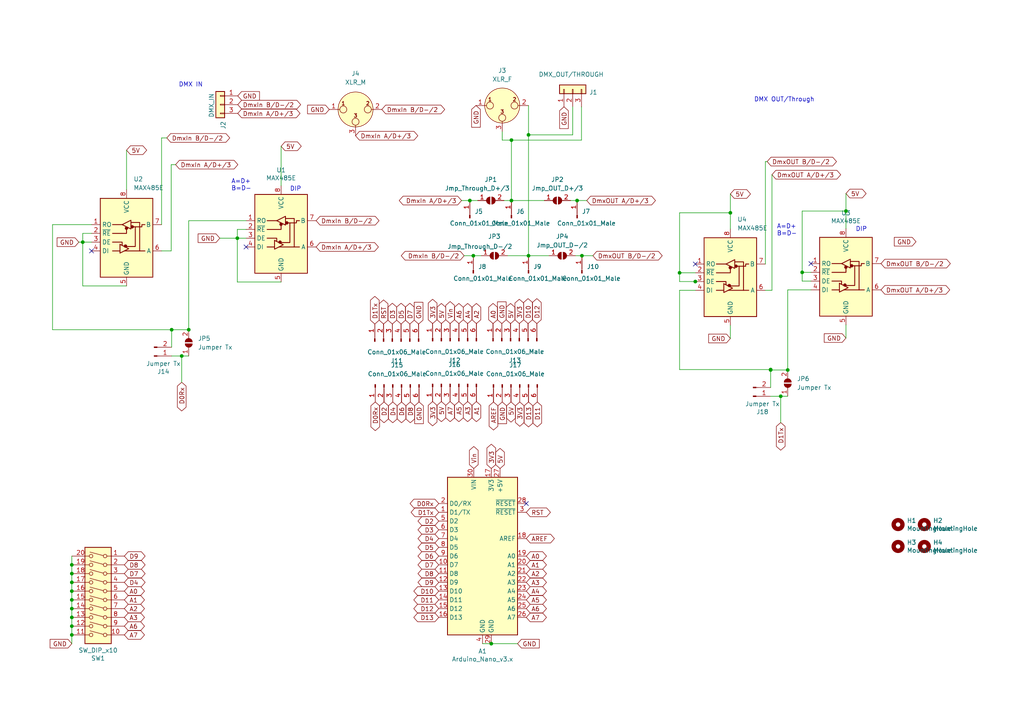
<source format=kicad_sch>
(kicad_sch (version 20211123) (generator eeschema)

  (uuid 55992e35-fe7b-468a-9b7a-1e4dc931b904)

  (paper "A4")

  (lib_symbols
    (symbol "Connector:Conn_01x01_Male" (pin_names (offset 1.016) hide) (in_bom yes) (on_board yes)
      (property "Reference" "J" (id 0) (at 0 2.54 0)
        (effects (font (size 1.27 1.27)))
      )
      (property "Value" "Conn_01x01_Male" (id 1) (at 0 -2.54 0)
        (effects (font (size 1.27 1.27)))
      )
      (property "Footprint" "" (id 2) (at 0 0 0)
        (effects (font (size 1.27 1.27)) hide)
      )
      (property "Datasheet" "~" (id 3) (at 0 0 0)
        (effects (font (size 1.27 1.27)) hide)
      )
      (property "ki_keywords" "connector" (id 4) (at 0 0 0)
        (effects (font (size 1.27 1.27)) hide)
      )
      (property "ki_description" "Generic connector, single row, 01x01, script generated (kicad-library-utils/schlib/autogen/connector/)" (id 5) (at 0 0 0)
        (effects (font (size 1.27 1.27)) hide)
      )
      (property "ki_fp_filters" "Connector*:*" (id 6) (at 0 0 0)
        (effects (font (size 1.27 1.27)) hide)
      )
      (symbol "Conn_01x01_Male_1_1"
        (polyline
          (pts
            (xy 1.27 0)
            (xy 0.8636 0)
          )
          (stroke (width 0.1524) (type default) (color 0 0 0 0))
          (fill (type none))
        )
        (rectangle (start 0.8636 0.127) (end 0 -0.127)
          (stroke (width 0.1524) (type default) (color 0 0 0 0))
          (fill (type outline))
        )
        (pin passive line (at 5.08 0 180) (length 3.81)
          (name "Pin_1" (effects (font (size 1.27 1.27))))
          (number "1" (effects (font (size 1.27 1.27))))
        )
      )
    )
    (symbol "Connector:Conn_01x02_Male" (pin_names (offset 1.016) hide) (in_bom yes) (on_board yes)
      (property "Reference" "J" (id 0) (at 0 2.54 0)
        (effects (font (size 1.27 1.27)))
      )
      (property "Value" "Conn_01x02_Male" (id 1) (at 0 -5.08 0)
        (effects (font (size 1.27 1.27)))
      )
      (property "Footprint" "" (id 2) (at 0 0 0)
        (effects (font (size 1.27 1.27)) hide)
      )
      (property "Datasheet" "~" (id 3) (at 0 0 0)
        (effects (font (size 1.27 1.27)) hide)
      )
      (property "ki_keywords" "connector" (id 4) (at 0 0 0)
        (effects (font (size 1.27 1.27)) hide)
      )
      (property "ki_description" "Generic connector, single row, 01x02, script generated (kicad-library-utils/schlib/autogen/connector/)" (id 5) (at 0 0 0)
        (effects (font (size 1.27 1.27)) hide)
      )
      (property "ki_fp_filters" "Connector*:*_1x??_*" (id 6) (at 0 0 0)
        (effects (font (size 1.27 1.27)) hide)
      )
      (symbol "Conn_01x02_Male_1_1"
        (polyline
          (pts
            (xy 1.27 -2.54)
            (xy 0.8636 -2.54)
          )
          (stroke (width 0.1524) (type default) (color 0 0 0 0))
          (fill (type none))
        )
        (polyline
          (pts
            (xy 1.27 0)
            (xy 0.8636 0)
          )
          (stroke (width 0.1524) (type default) (color 0 0 0 0))
          (fill (type none))
        )
        (rectangle (start 0.8636 -2.413) (end 0 -2.667)
          (stroke (width 0.1524) (type default) (color 0 0 0 0))
          (fill (type outline))
        )
        (rectangle (start 0.8636 0.127) (end 0 -0.127)
          (stroke (width 0.1524) (type default) (color 0 0 0 0))
          (fill (type outline))
        )
        (pin passive line (at 5.08 0 180) (length 3.81)
          (name "Pin_1" (effects (font (size 1.27 1.27))))
          (number "1" (effects (font (size 1.27 1.27))))
        )
        (pin passive line (at 5.08 -2.54 180) (length 3.81)
          (name "Pin_2" (effects (font (size 1.27 1.27))))
          (number "2" (effects (font (size 1.27 1.27))))
        )
      )
    )
    (symbol "Connector:Conn_01x06_Male" (pin_names (offset 1.016) hide) (in_bom yes) (on_board yes)
      (property "Reference" "J" (id 0) (at 0 7.62 0)
        (effects (font (size 1.27 1.27)))
      )
      (property "Value" "Conn_01x06_Male" (id 1) (at 0 -10.16 0)
        (effects (font (size 1.27 1.27)))
      )
      (property "Footprint" "" (id 2) (at 0 0 0)
        (effects (font (size 1.27 1.27)) hide)
      )
      (property "Datasheet" "~" (id 3) (at 0 0 0)
        (effects (font (size 1.27 1.27)) hide)
      )
      (property "ki_keywords" "connector" (id 4) (at 0 0 0)
        (effects (font (size 1.27 1.27)) hide)
      )
      (property "ki_description" "Generic connector, single row, 01x06, script generated (kicad-library-utils/schlib/autogen/connector/)" (id 5) (at 0 0 0)
        (effects (font (size 1.27 1.27)) hide)
      )
      (property "ki_fp_filters" "Connector*:*_1x??_*" (id 6) (at 0 0 0)
        (effects (font (size 1.27 1.27)) hide)
      )
      (symbol "Conn_01x06_Male_1_1"
        (polyline
          (pts
            (xy 1.27 -7.62)
            (xy 0.8636 -7.62)
          )
          (stroke (width 0.1524) (type default) (color 0 0 0 0))
          (fill (type none))
        )
        (polyline
          (pts
            (xy 1.27 -5.08)
            (xy 0.8636 -5.08)
          )
          (stroke (width 0.1524) (type default) (color 0 0 0 0))
          (fill (type none))
        )
        (polyline
          (pts
            (xy 1.27 -2.54)
            (xy 0.8636 -2.54)
          )
          (stroke (width 0.1524) (type default) (color 0 0 0 0))
          (fill (type none))
        )
        (polyline
          (pts
            (xy 1.27 0)
            (xy 0.8636 0)
          )
          (stroke (width 0.1524) (type default) (color 0 0 0 0))
          (fill (type none))
        )
        (polyline
          (pts
            (xy 1.27 2.54)
            (xy 0.8636 2.54)
          )
          (stroke (width 0.1524) (type default) (color 0 0 0 0))
          (fill (type none))
        )
        (polyline
          (pts
            (xy 1.27 5.08)
            (xy 0.8636 5.08)
          )
          (stroke (width 0.1524) (type default) (color 0 0 0 0))
          (fill (type none))
        )
        (rectangle (start 0.8636 -7.493) (end 0 -7.747)
          (stroke (width 0.1524) (type default) (color 0 0 0 0))
          (fill (type outline))
        )
        (rectangle (start 0.8636 -4.953) (end 0 -5.207)
          (stroke (width 0.1524) (type default) (color 0 0 0 0))
          (fill (type outline))
        )
        (rectangle (start 0.8636 -2.413) (end 0 -2.667)
          (stroke (width 0.1524) (type default) (color 0 0 0 0))
          (fill (type outline))
        )
        (rectangle (start 0.8636 0.127) (end 0 -0.127)
          (stroke (width 0.1524) (type default) (color 0 0 0 0))
          (fill (type outline))
        )
        (rectangle (start 0.8636 2.667) (end 0 2.413)
          (stroke (width 0.1524) (type default) (color 0 0 0 0))
          (fill (type outline))
        )
        (rectangle (start 0.8636 5.207) (end 0 4.953)
          (stroke (width 0.1524) (type default) (color 0 0 0 0))
          (fill (type outline))
        )
        (pin passive line (at 5.08 5.08 180) (length 3.81)
          (name "Pin_1" (effects (font (size 1.27 1.27))))
          (number "1" (effects (font (size 1.27 1.27))))
        )
        (pin passive line (at 5.08 2.54 180) (length 3.81)
          (name "Pin_2" (effects (font (size 1.27 1.27))))
          (number "2" (effects (font (size 1.27 1.27))))
        )
        (pin passive line (at 5.08 0 180) (length 3.81)
          (name "Pin_3" (effects (font (size 1.27 1.27))))
          (number "3" (effects (font (size 1.27 1.27))))
        )
        (pin passive line (at 5.08 -2.54 180) (length 3.81)
          (name "Pin_4" (effects (font (size 1.27 1.27))))
          (number "4" (effects (font (size 1.27 1.27))))
        )
        (pin passive line (at 5.08 -5.08 180) (length 3.81)
          (name "Pin_5" (effects (font (size 1.27 1.27))))
          (number "5" (effects (font (size 1.27 1.27))))
        )
        (pin passive line (at 5.08 -7.62 180) (length 3.81)
          (name "Pin_6" (effects (font (size 1.27 1.27))))
          (number "6" (effects (font (size 1.27 1.27))))
        )
      )
    )
    (symbol "Connector:XLR3" (pin_names hide) (in_bom yes) (on_board yes)
      (property "Reference" "J" (id 0) (at 0 8.89 0)
        (effects (font (size 1.27 1.27)))
      )
      (property "Value" "XLR3" (id 1) (at 0 6.35 0)
        (effects (font (size 1.27 1.27)))
      )
      (property "Footprint" "" (id 2) (at 0 0 0)
        (effects (font (size 1.27 1.27)) hide)
      )
      (property "Datasheet" " ~" (id 3) (at 0 0 0)
        (effects (font (size 1.27 1.27)) hide)
      )
      (property "ki_keywords" "xlr connector" (id 4) (at 0 0 0)
        (effects (font (size 1.27 1.27)) hide)
      )
      (property "ki_description" "XLR Connector, Male or Female, 3 Pins" (id 5) (at 0 0 0)
        (effects (font (size 1.27 1.27)) hide)
      )
      (property "ki_fp_filters" "Jack*XLR*" (id 6) (at 0 0 0)
        (effects (font (size 1.27 1.27)) hide)
      )
      (symbol "XLR3_0_1"
        (circle (center -3.556 0) (radius 1.016)
          (stroke (width 0) (type default) (color 0 0 0 0))
          (fill (type none))
        )
        (circle (center 0 -3.556) (radius 1.016)
          (stroke (width 0) (type default) (color 0 0 0 0))
          (fill (type none))
        )
        (polyline
          (pts
            (xy -5.08 0)
            (xy -4.572 0)
          )
          (stroke (width 0) (type default) (color 0 0 0 0))
          (fill (type none))
        )
        (polyline
          (pts
            (xy 0 -5.08)
            (xy 0 -4.572)
          )
          (stroke (width 0) (type default) (color 0 0 0 0))
          (fill (type none))
        )
        (polyline
          (pts
            (xy 5.08 0)
            (xy 4.572 0)
          )
          (stroke (width 0) (type default) (color 0 0 0 0))
          (fill (type none))
        )
        (circle (center 0 0) (radius 5.08)
          (stroke (width 0) (type default) (color 0 0 0 0))
          (fill (type background))
        )
        (circle (center 3.556 0) (radius 1.016)
          (stroke (width 0) (type default) (color 0 0 0 0))
          (fill (type none))
        )
        (text "1" (at -3.556 1.778 0)
          (effects (font (size 1.016 1.016) bold))
        )
        (text "2" (at 3.556 1.778 0)
          (effects (font (size 1.016 1.016) bold))
        )
        (text "3" (at 0 -1.778 0)
          (effects (font (size 1.016 1.016) bold))
        )
        (pin passive line (at -7.62 0 0) (length 2.54)
          (name "~" (effects (font (size 1.27 1.27))))
          (number "1" (effects (font (size 1.27 1.27))))
        )
        (pin passive line (at 7.62 0 180) (length 2.54)
          (name "~" (effects (font (size 1.27 1.27))))
          (number "2" (effects (font (size 1.27 1.27))))
        )
        (pin passive line (at 0 -7.62 90) (length 2.54)
          (name "~" (effects (font (size 1.27 1.27))))
          (number "3" (effects (font (size 1.27 1.27))))
        )
      )
    )
    (symbol "Connector_Generic:Conn_01x03" (pin_names (offset 1.016) hide) (in_bom yes) (on_board yes)
      (property "Reference" "J" (id 0) (at 0 5.08 0)
        (effects (font (size 1.27 1.27)))
      )
      (property "Value" "Conn_01x03" (id 1) (at 0 -5.08 0)
        (effects (font (size 1.27 1.27)))
      )
      (property "Footprint" "" (id 2) (at 0 0 0)
        (effects (font (size 1.27 1.27)) hide)
      )
      (property "Datasheet" "~" (id 3) (at 0 0 0)
        (effects (font (size 1.27 1.27)) hide)
      )
      (property "ki_keywords" "connector" (id 4) (at 0 0 0)
        (effects (font (size 1.27 1.27)) hide)
      )
      (property "ki_description" "Generic connector, single row, 01x03, script generated (kicad-library-utils/schlib/autogen/connector/)" (id 5) (at 0 0 0)
        (effects (font (size 1.27 1.27)) hide)
      )
      (property "ki_fp_filters" "Connector*:*_1x??_*" (id 6) (at 0 0 0)
        (effects (font (size 1.27 1.27)) hide)
      )
      (symbol "Conn_01x03_1_1"
        (rectangle (start -1.27 -2.413) (end 0 -2.667)
          (stroke (width 0.1524) (type default) (color 0 0 0 0))
          (fill (type none))
        )
        (rectangle (start -1.27 0.127) (end 0 -0.127)
          (stroke (width 0.1524) (type default) (color 0 0 0 0))
          (fill (type none))
        )
        (rectangle (start -1.27 2.667) (end 0 2.413)
          (stroke (width 0.1524) (type default) (color 0 0 0 0))
          (fill (type none))
        )
        (rectangle (start -1.27 3.81) (end 1.27 -3.81)
          (stroke (width 0.254) (type default) (color 0 0 0 0))
          (fill (type background))
        )
        (pin passive line (at -5.08 2.54 0) (length 3.81)
          (name "Pin_1" (effects (font (size 1.27 1.27))))
          (number "1" (effects (font (size 1.27 1.27))))
        )
        (pin passive line (at -5.08 0 0) (length 3.81)
          (name "Pin_2" (effects (font (size 1.27 1.27))))
          (number "2" (effects (font (size 1.27 1.27))))
        )
        (pin passive line (at -5.08 -2.54 0) (length 3.81)
          (name "Pin_3" (effects (font (size 1.27 1.27))))
          (number "3" (effects (font (size 1.27 1.27))))
        )
      )
    )
    (symbol "Interface_UART:MAX485E" (in_bom yes) (on_board yes)
      (property "Reference" "U" (id 0) (at -6.096 11.43 0)
        (effects (font (size 1.27 1.27)))
      )
      (property "Value" "MAX485E" (id 1) (at 0.762 11.43 0)
        (effects (font (size 1.27 1.27)) (justify left))
      )
      (property "Footprint" "" (id 2) (at 0 -17.78 0)
        (effects (font (size 1.27 1.27)) hide)
      )
      (property "Datasheet" "https://datasheets.maximintegrated.com/en/ds/MAX1487E-MAX491E.pdf" (id 3) (at 0 1.27 0)
        (effects (font (size 1.27 1.27)) hide)
      )
      (property "ki_keywords" "Half duplex RS-485/RS-422, 2.5 Mbps, ±15kV electro-static discharge (ESD) protection, no slew-rate, no low-power shutdown, with receiver/driver enable, 32 receiver drive kapacitity, DIP-8 and SOIC-8" (id 4) (at 0 0 0)
        (effects (font (size 1.27 1.27)) hide)
      )
      (property "ki_description" "Half duplex RS-485/RS-422, 2.5 Mbps, ±15kV electro-static discharge (ESD) protection, no slew-rate, no low-power shutdown, with receiver/driver enable, 32 receiver drive kapacitity, DIP-8 and SOIC-8" (id 5) (at 0 0 0)
        (effects (font (size 1.27 1.27)) hide)
      )
      (property "ki_fp_filters" "DIP*W7.62mm* SOIC*3.9x4.9mm*P1.27mm*" (id 6) (at 0 0 0)
        (effects (font (size 1.27 1.27)) hide)
      )
      (symbol "MAX485E_0_1"
        (rectangle (start -7.62 10.16) (end 7.62 -12.7)
          (stroke (width 0.254) (type default) (color 0 0 0 0))
          (fill (type background))
        )
        (circle (center -0.3048 -3.683) (radius 0.3556)
          (stroke (width 0.254) (type default) (color 0 0 0 0))
          (fill (type outline))
        )
        (circle (center -0.0254 1.4986) (radius 0.3556)
          (stroke (width 0.254) (type default) (color 0 0 0 0))
          (fill (type outline))
        )
        (polyline
          (pts
            (xy -4.064 -5.08)
            (xy -1.905 -5.08)
          )
          (stroke (width 0.254) (type default) (color 0 0 0 0))
          (fill (type none))
        )
        (polyline
          (pts
            (xy -4.064 2.54)
            (xy -1.27 2.54)
          )
          (stroke (width 0.254) (type default) (color 0 0 0 0))
          (fill (type none))
        )
        (polyline
          (pts
            (xy -1.27 -3.2004)
            (xy -1.27 -3.4544)
          )
          (stroke (width 0.254) (type default) (color 0 0 0 0))
          (fill (type none))
        )
        (polyline
          (pts
            (xy -0.635 -5.08)
            (xy 5.334 -5.08)
          )
          (stroke (width 0.254) (type default) (color 0 0 0 0))
          (fill (type none))
        )
        (polyline
          (pts
            (xy -4.064 -2.54)
            (xy -1.27 -2.54)
            (xy -1.27 -3.175)
          )
          (stroke (width 0.254) (type default) (color 0 0 0 0))
          (fill (type none))
        )
        (polyline
          (pts
            (xy 0 1.27)
            (xy 0 0)
            (xy -4.064 0)
          )
          (stroke (width 0.254) (type default) (color 0 0 0 0))
          (fill (type none))
        )
        (polyline
          (pts
            (xy 1.27 3.175)
            (xy 3.81 3.175)
            (xy 3.81 -5.08)
          )
          (stroke (width 0.254) (type default) (color 0 0 0 0))
          (fill (type none))
        )
        (polyline
          (pts
            (xy 2.54 1.905)
            (xy 2.54 -3.81)
            (xy 0 -3.81)
          )
          (stroke (width 0.254) (type default) (color 0 0 0 0))
          (fill (type none))
        )
        (polyline
          (pts
            (xy -1.905 -3.175)
            (xy -1.905 -5.715)
            (xy 0.635 -4.445)
            (xy -1.905 -3.175)
          )
          (stroke (width 0.254) (type default) (color 0 0 0 0))
          (fill (type none))
        )
        (polyline
          (pts
            (xy -1.27 2.54)
            (xy 1.27 3.81)
            (xy 1.27 1.27)
            (xy -1.27 2.54)
          )
          (stroke (width 0.254) (type default) (color 0 0 0 0))
          (fill (type none))
        )
        (polyline
          (pts
            (xy 1.905 1.905)
            (xy 4.445 1.905)
            (xy 4.445 2.54)
            (xy 5.334 2.54)
          )
          (stroke (width 0.254) (type default) (color 0 0 0 0))
          (fill (type none))
        )
        (rectangle (start 1.27 3.175) (end 1.27 3.175)
          (stroke (width 0) (type default) (color 0 0 0 0))
          (fill (type none))
        )
        (circle (center 1.651 1.905) (radius 0.3556)
          (stroke (width 0.254) (type default) (color 0 0 0 0))
          (fill (type outline))
        )
      )
      (symbol "MAX485E_1_1"
        (pin output line (at -10.16 2.54 0) (length 2.54)
          (name "RO" (effects (font (size 1.27 1.27))))
          (number "1" (effects (font (size 1.27 1.27))))
        )
        (pin input line (at -10.16 0 0) (length 2.54)
          (name "~{RE}" (effects (font (size 1.27 1.27))))
          (number "2" (effects (font (size 1.27 1.27))))
        )
        (pin input line (at -10.16 -2.54 0) (length 2.54)
          (name "DE" (effects (font (size 1.27 1.27))))
          (number "3" (effects (font (size 1.27 1.27))))
        )
        (pin input line (at -10.16 -5.08 0) (length 2.54)
          (name "DI" (effects (font (size 1.27 1.27))))
          (number "4" (effects (font (size 1.27 1.27))))
        )
        (pin power_in line (at 0 -15.24 90) (length 2.54)
          (name "GND" (effects (font (size 1.27 1.27))))
          (number "5" (effects (font (size 1.27 1.27))))
        )
        (pin bidirectional line (at 10.16 -5.08 180) (length 2.54)
          (name "A" (effects (font (size 1.27 1.27))))
          (number "6" (effects (font (size 1.27 1.27))))
        )
        (pin bidirectional line (at 10.16 2.54 180) (length 2.54)
          (name "B" (effects (font (size 1.27 1.27))))
          (number "7" (effects (font (size 1.27 1.27))))
        )
        (pin power_in line (at 0 12.7 270) (length 2.54)
          (name "VCC" (effects (font (size 1.27 1.27))))
          (number "8" (effects (font (size 1.27 1.27))))
        )
      )
    )
    (symbol "Jumper:SolderJumper_2_Open" (pin_names (offset 0) hide) (in_bom yes) (on_board yes)
      (property "Reference" "JP" (id 0) (at 0 2.032 0)
        (effects (font (size 1.27 1.27)))
      )
      (property "Value" "SolderJumper_2_Open" (id 1) (at 0 -2.54 0)
        (effects (font (size 1.27 1.27)))
      )
      (property "Footprint" "" (id 2) (at 0 0 0)
        (effects (font (size 1.27 1.27)) hide)
      )
      (property "Datasheet" "~" (id 3) (at 0 0 0)
        (effects (font (size 1.27 1.27)) hide)
      )
      (property "ki_keywords" "solder jumper SPST" (id 4) (at 0 0 0)
        (effects (font (size 1.27 1.27)) hide)
      )
      (property "ki_description" "Solder Jumper, 2-pole, open" (id 5) (at 0 0 0)
        (effects (font (size 1.27 1.27)) hide)
      )
      (property "ki_fp_filters" "SolderJumper*Open*" (id 6) (at 0 0 0)
        (effects (font (size 1.27 1.27)) hide)
      )
      (symbol "SolderJumper_2_Open_0_1"
        (arc (start -0.254 1.016) (mid -1.27 0) (end -0.254 -1.016)
          (stroke (width 0) (type default) (color 0 0 0 0))
          (fill (type none))
        )
        (arc (start -0.254 1.016) (mid -1.27 0) (end -0.254 -1.016)
          (stroke (width 0) (type default) (color 0 0 0 0))
          (fill (type outline))
        )
        (polyline
          (pts
            (xy -0.254 1.016)
            (xy -0.254 -1.016)
          )
          (stroke (width 0) (type default) (color 0 0 0 0))
          (fill (type none))
        )
        (polyline
          (pts
            (xy 0.254 1.016)
            (xy 0.254 -1.016)
          )
          (stroke (width 0) (type default) (color 0 0 0 0))
          (fill (type none))
        )
        (arc (start 0.254 -1.016) (mid 1.27 0) (end 0.254 1.016)
          (stroke (width 0) (type default) (color 0 0 0 0))
          (fill (type none))
        )
        (arc (start 0.254 -1.016) (mid 1.27 0) (end 0.254 1.016)
          (stroke (width 0) (type default) (color 0 0 0 0))
          (fill (type outline))
        )
      )
      (symbol "SolderJumper_2_Open_1_1"
        (pin passive line (at -3.81 0 0) (length 2.54)
          (name "A" (effects (font (size 1.27 1.27))))
          (number "1" (effects (font (size 1.27 1.27))))
        )
        (pin passive line (at 3.81 0 180) (length 2.54)
          (name "B" (effects (font (size 1.27 1.27))))
          (number "2" (effects (font (size 1.27 1.27))))
        )
      )
    )
    (symbol "MCU_Module:Arduino_Nano_v3.x" (in_bom yes) (on_board yes)
      (property "Reference" "A" (id 0) (at -10.16 23.495 0)
        (effects (font (size 1.27 1.27)) (justify left bottom))
      )
      (property "Value" "Arduino_Nano_v3.x" (id 1) (at 5.08 -24.13 0)
        (effects (font (size 1.27 1.27)) (justify left top))
      )
      (property "Footprint" "Module:Arduino_Nano" (id 2) (at 0 0 0)
        (effects (font (size 1.27 1.27) italic) hide)
      )
      (property "Datasheet" "http://www.mouser.com/pdfdocs/Gravitech_Arduino_Nano3_0.pdf" (id 3) (at 0 0 0)
        (effects (font (size 1.27 1.27)) hide)
      )
      (property "ki_keywords" "Arduino nano microcontroller module USB" (id 4) (at 0 0 0)
        (effects (font (size 1.27 1.27)) hide)
      )
      (property "ki_description" "Arduino Nano v3.x" (id 5) (at 0 0 0)
        (effects (font (size 1.27 1.27)) hide)
      )
      (property "ki_fp_filters" "Arduino*Nano*" (id 6) (at 0 0 0)
        (effects (font (size 1.27 1.27)) hide)
      )
      (symbol "Arduino_Nano_v3.x_0_1"
        (rectangle (start -10.16 22.86) (end 10.16 -22.86)
          (stroke (width 0.254) (type default) (color 0 0 0 0))
          (fill (type background))
        )
      )
      (symbol "Arduino_Nano_v3.x_1_1"
        (pin bidirectional line (at -12.7 12.7 0) (length 2.54)
          (name "D1/TX" (effects (font (size 1.27 1.27))))
          (number "1" (effects (font (size 1.27 1.27))))
        )
        (pin bidirectional line (at -12.7 -2.54 0) (length 2.54)
          (name "D7" (effects (font (size 1.27 1.27))))
          (number "10" (effects (font (size 1.27 1.27))))
        )
        (pin bidirectional line (at -12.7 -5.08 0) (length 2.54)
          (name "D8" (effects (font (size 1.27 1.27))))
          (number "11" (effects (font (size 1.27 1.27))))
        )
        (pin bidirectional line (at -12.7 -7.62 0) (length 2.54)
          (name "D9" (effects (font (size 1.27 1.27))))
          (number "12" (effects (font (size 1.27 1.27))))
        )
        (pin bidirectional line (at -12.7 -10.16 0) (length 2.54)
          (name "D10" (effects (font (size 1.27 1.27))))
          (number "13" (effects (font (size 1.27 1.27))))
        )
        (pin bidirectional line (at -12.7 -12.7 0) (length 2.54)
          (name "D11" (effects (font (size 1.27 1.27))))
          (number "14" (effects (font (size 1.27 1.27))))
        )
        (pin bidirectional line (at -12.7 -15.24 0) (length 2.54)
          (name "D12" (effects (font (size 1.27 1.27))))
          (number "15" (effects (font (size 1.27 1.27))))
        )
        (pin bidirectional line (at -12.7 -17.78 0) (length 2.54)
          (name "D13" (effects (font (size 1.27 1.27))))
          (number "16" (effects (font (size 1.27 1.27))))
        )
        (pin power_out line (at 2.54 25.4 270) (length 2.54)
          (name "3V3" (effects (font (size 1.27 1.27))))
          (number "17" (effects (font (size 1.27 1.27))))
        )
        (pin input line (at 12.7 5.08 180) (length 2.54)
          (name "AREF" (effects (font (size 1.27 1.27))))
          (number "18" (effects (font (size 1.27 1.27))))
        )
        (pin bidirectional line (at 12.7 0 180) (length 2.54)
          (name "A0" (effects (font (size 1.27 1.27))))
          (number "19" (effects (font (size 1.27 1.27))))
        )
        (pin bidirectional line (at -12.7 15.24 0) (length 2.54)
          (name "D0/RX" (effects (font (size 1.27 1.27))))
          (number "2" (effects (font (size 1.27 1.27))))
        )
        (pin bidirectional line (at 12.7 -2.54 180) (length 2.54)
          (name "A1" (effects (font (size 1.27 1.27))))
          (number "20" (effects (font (size 1.27 1.27))))
        )
        (pin bidirectional line (at 12.7 -5.08 180) (length 2.54)
          (name "A2" (effects (font (size 1.27 1.27))))
          (number "21" (effects (font (size 1.27 1.27))))
        )
        (pin bidirectional line (at 12.7 -7.62 180) (length 2.54)
          (name "A3" (effects (font (size 1.27 1.27))))
          (number "22" (effects (font (size 1.27 1.27))))
        )
        (pin bidirectional line (at 12.7 -10.16 180) (length 2.54)
          (name "A4" (effects (font (size 1.27 1.27))))
          (number "23" (effects (font (size 1.27 1.27))))
        )
        (pin bidirectional line (at 12.7 -12.7 180) (length 2.54)
          (name "A5" (effects (font (size 1.27 1.27))))
          (number "24" (effects (font (size 1.27 1.27))))
        )
        (pin bidirectional line (at 12.7 -15.24 180) (length 2.54)
          (name "A6" (effects (font (size 1.27 1.27))))
          (number "25" (effects (font (size 1.27 1.27))))
        )
        (pin bidirectional line (at 12.7 -17.78 180) (length 2.54)
          (name "A7" (effects (font (size 1.27 1.27))))
          (number "26" (effects (font (size 1.27 1.27))))
        )
        (pin power_out line (at 5.08 25.4 270) (length 2.54)
          (name "+5V" (effects (font (size 1.27 1.27))))
          (number "27" (effects (font (size 1.27 1.27))))
        )
        (pin input line (at 12.7 15.24 180) (length 2.54)
          (name "~{RESET}" (effects (font (size 1.27 1.27))))
          (number "28" (effects (font (size 1.27 1.27))))
        )
        (pin power_in line (at 2.54 -25.4 90) (length 2.54)
          (name "GND" (effects (font (size 1.27 1.27))))
          (number "29" (effects (font (size 1.27 1.27))))
        )
        (pin input line (at 12.7 12.7 180) (length 2.54)
          (name "~{RESET}" (effects (font (size 1.27 1.27))))
          (number "3" (effects (font (size 1.27 1.27))))
        )
        (pin power_in line (at -2.54 25.4 270) (length 2.54)
          (name "VIN" (effects (font (size 1.27 1.27))))
          (number "30" (effects (font (size 1.27 1.27))))
        )
        (pin power_in line (at 0 -25.4 90) (length 2.54)
          (name "GND" (effects (font (size 1.27 1.27))))
          (number "4" (effects (font (size 1.27 1.27))))
        )
        (pin bidirectional line (at -12.7 10.16 0) (length 2.54)
          (name "D2" (effects (font (size 1.27 1.27))))
          (number "5" (effects (font (size 1.27 1.27))))
        )
        (pin bidirectional line (at -12.7 7.62 0) (length 2.54)
          (name "D3" (effects (font (size 1.27 1.27))))
          (number "6" (effects (font (size 1.27 1.27))))
        )
        (pin bidirectional line (at -12.7 5.08 0) (length 2.54)
          (name "D4" (effects (font (size 1.27 1.27))))
          (number "7" (effects (font (size 1.27 1.27))))
        )
        (pin bidirectional line (at -12.7 2.54 0) (length 2.54)
          (name "D5" (effects (font (size 1.27 1.27))))
          (number "8" (effects (font (size 1.27 1.27))))
        )
        (pin bidirectional line (at -12.7 0 0) (length 2.54)
          (name "D6" (effects (font (size 1.27 1.27))))
          (number "9" (effects (font (size 1.27 1.27))))
        )
      )
    )
    (symbol "Mechanical:MountingHole" (pin_names (offset 1.016)) (in_bom yes) (on_board yes)
      (property "Reference" "H" (id 0) (at 0 5.08 0)
        (effects (font (size 1.27 1.27)))
      )
      (property "Value" "MountingHole" (id 1) (at 0 3.175 0)
        (effects (font (size 1.27 1.27)))
      )
      (property "Footprint" "" (id 2) (at 0 0 0)
        (effects (font (size 1.27 1.27)) hide)
      )
      (property "Datasheet" "~" (id 3) (at 0 0 0)
        (effects (font (size 1.27 1.27)) hide)
      )
      (property "ki_keywords" "mounting hole" (id 4) (at 0 0 0)
        (effects (font (size 1.27 1.27)) hide)
      )
      (property "ki_description" "Mounting Hole without connection" (id 5) (at 0 0 0)
        (effects (font (size 1.27 1.27)) hide)
      )
      (property "ki_fp_filters" "MountingHole*" (id 6) (at 0 0 0)
        (effects (font (size 1.27 1.27)) hide)
      )
      (symbol "MountingHole_0_1"
        (circle (center 0 0) (radius 1.27)
          (stroke (width 1.27) (type default) (color 0 0 0 0))
          (fill (type none))
        )
      )
    )
    (symbol "Switch:SW_DIP_x10" (pin_names (offset 0) hide) (in_bom yes) (on_board yes)
      (property "Reference" "SW" (id 0) (at 0 16.51 0)
        (effects (font (size 1.27 1.27)))
      )
      (property "Value" "SW_DIP_x10" (id 1) (at 0 -13.97 0)
        (effects (font (size 1.27 1.27)))
      )
      (property "Footprint" "" (id 2) (at 0 0 0)
        (effects (font (size 1.27 1.27)) hide)
      )
      (property "Datasheet" "~" (id 3) (at 0 0 0)
        (effects (font (size 1.27 1.27)) hide)
      )
      (property "ki_keywords" "dip switch" (id 4) (at 0 0 0)
        (effects (font (size 1.27 1.27)) hide)
      )
      (property "ki_description" "10x DIP Switch, Single Pole Single Throw (SPST) switch, small symbol" (id 5) (at 0 0 0)
        (effects (font (size 1.27 1.27)) hide)
      )
      (property "ki_fp_filters" "SW?DIP?x10*" (id 6) (at 0 0 0)
        (effects (font (size 1.27 1.27)) hide)
      )
      (symbol "SW_DIP_x10_0_0"
        (circle (center -2.032 -10.16) (radius 0.508)
          (stroke (width 0) (type default) (color 0 0 0 0))
          (fill (type none))
        )
        (circle (center -2.032 -7.62) (radius 0.508)
          (stroke (width 0) (type default) (color 0 0 0 0))
          (fill (type none))
        )
        (circle (center -2.032 -5.08) (radius 0.508)
          (stroke (width 0) (type default) (color 0 0 0 0))
          (fill (type none))
        )
        (circle (center -2.032 -2.54) (radius 0.508)
          (stroke (width 0) (type default) (color 0 0 0 0))
          (fill (type none))
        )
        (circle (center -2.032 0) (radius 0.508)
          (stroke (width 0) (type default) (color 0 0 0 0))
          (fill (type none))
        )
        (circle (center -2.032 2.54) (radius 0.508)
          (stroke (width 0) (type default) (color 0 0 0 0))
          (fill (type none))
        )
        (circle (center -2.032 5.08) (radius 0.508)
          (stroke (width 0) (type default) (color 0 0 0 0))
          (fill (type none))
        )
        (circle (center -2.032 7.62) (radius 0.508)
          (stroke (width 0) (type default) (color 0 0 0 0))
          (fill (type none))
        )
        (circle (center -2.032 10.16) (radius 0.508)
          (stroke (width 0) (type default) (color 0 0 0 0))
          (fill (type none))
        )
        (circle (center -2.032 12.7) (radius 0.508)
          (stroke (width 0) (type default) (color 0 0 0 0))
          (fill (type none))
        )
        (polyline
          (pts
            (xy -1.524 -10.0076)
            (xy 2.3622 -8.9662)
          )
          (stroke (width 0) (type default) (color 0 0 0 0))
          (fill (type none))
        )
        (polyline
          (pts
            (xy -1.524 -7.4676)
            (xy 2.3622 -6.4262)
          )
          (stroke (width 0) (type default) (color 0 0 0 0))
          (fill (type none))
        )
        (polyline
          (pts
            (xy -1.524 -4.9276)
            (xy 2.3622 -3.8862)
          )
          (stroke (width 0) (type default) (color 0 0 0 0))
          (fill (type none))
        )
        (polyline
          (pts
            (xy -1.524 -2.3876)
            (xy 2.3622 -1.3462)
          )
          (stroke (width 0) (type default) (color 0 0 0 0))
          (fill (type none))
        )
        (polyline
          (pts
            (xy -1.524 0.127)
            (xy 2.3622 1.1684)
          )
          (stroke (width 0) (type default) (color 0 0 0 0))
          (fill (type none))
        )
        (polyline
          (pts
            (xy -1.524 2.667)
            (xy 2.3622 3.7084)
          )
          (stroke (width 0) (type default) (color 0 0 0 0))
          (fill (type none))
        )
        (polyline
          (pts
            (xy -1.524 5.207)
            (xy 2.3622 6.2484)
          )
          (stroke (width 0) (type default) (color 0 0 0 0))
          (fill (type none))
        )
        (polyline
          (pts
            (xy -1.524 7.747)
            (xy 2.3622 8.7884)
          )
          (stroke (width 0) (type default) (color 0 0 0 0))
          (fill (type none))
        )
        (polyline
          (pts
            (xy -1.524 10.287)
            (xy 2.3622 11.3284)
          )
          (stroke (width 0) (type default) (color 0 0 0 0))
          (fill (type none))
        )
        (polyline
          (pts
            (xy -1.524 12.827)
            (xy 2.3622 13.8684)
          )
          (stroke (width 0) (type default) (color 0 0 0 0))
          (fill (type none))
        )
        (circle (center 2.032 -10.16) (radius 0.508)
          (stroke (width 0) (type default) (color 0 0 0 0))
          (fill (type none))
        )
        (circle (center 2.032 -7.62) (radius 0.508)
          (stroke (width 0) (type default) (color 0 0 0 0))
          (fill (type none))
        )
        (circle (center 2.032 -5.08) (radius 0.508)
          (stroke (width 0) (type default) (color 0 0 0 0))
          (fill (type none))
        )
        (circle (center 2.032 -2.54) (radius 0.508)
          (stroke (width 0) (type default) (color 0 0 0 0))
          (fill (type none))
        )
        (circle (center 2.032 0) (radius 0.508)
          (stroke (width 0) (type default) (color 0 0 0 0))
          (fill (type none))
        )
        (circle (center 2.032 2.54) (radius 0.508)
          (stroke (width 0) (type default) (color 0 0 0 0))
          (fill (type none))
        )
        (circle (center 2.032 5.08) (radius 0.508)
          (stroke (width 0) (type default) (color 0 0 0 0))
          (fill (type none))
        )
        (circle (center 2.032 7.62) (radius 0.508)
          (stroke (width 0) (type default) (color 0 0 0 0))
          (fill (type none))
        )
        (circle (center 2.032 10.16) (radius 0.508)
          (stroke (width 0) (type default) (color 0 0 0 0))
          (fill (type none))
        )
        (circle (center 2.032 12.7) (radius 0.508)
          (stroke (width 0) (type default) (color 0 0 0 0))
          (fill (type none))
        )
      )
      (symbol "SW_DIP_x10_0_1"
        (rectangle (start -3.81 15.24) (end 3.81 -12.7)
          (stroke (width 0.254) (type default) (color 0 0 0 0))
          (fill (type background))
        )
      )
      (symbol "SW_DIP_x10_1_1"
        (pin passive line (at -7.62 12.7 0) (length 5.08)
          (name "~" (effects (font (size 1.27 1.27))))
          (number "1" (effects (font (size 1.27 1.27))))
        )
        (pin passive line (at -7.62 -10.16 0) (length 5.08)
          (name "~" (effects (font (size 1.27 1.27))))
          (number "10" (effects (font (size 1.27 1.27))))
        )
        (pin passive line (at 7.62 -10.16 180) (length 5.08)
          (name "~" (effects (font (size 1.27 1.27))))
          (number "11" (effects (font (size 1.27 1.27))))
        )
        (pin passive line (at 7.62 -7.62 180) (length 5.08)
          (name "~" (effects (font (size 1.27 1.27))))
          (number "12" (effects (font (size 1.27 1.27))))
        )
        (pin passive line (at 7.62 -5.08 180) (length 5.08)
          (name "~" (effects (font (size 1.27 1.27))))
          (number "13" (effects (font (size 1.27 1.27))))
        )
        (pin passive line (at 7.62 -2.54 180) (length 5.08)
          (name "~" (effects (font (size 1.27 1.27))))
          (number "14" (effects (font (size 1.27 1.27))))
        )
        (pin passive line (at 7.62 0 180) (length 5.08)
          (name "~" (effects (font (size 1.27 1.27))))
          (number "15" (effects (font (size 1.27 1.27))))
        )
        (pin passive line (at 7.62 2.54 180) (length 5.08)
          (name "~" (effects (font (size 1.27 1.27))))
          (number "16" (effects (font (size 1.27 1.27))))
        )
        (pin passive line (at 7.62 5.08 180) (length 5.08)
          (name "~" (effects (font (size 1.27 1.27))))
          (number "17" (effects (font (size 1.27 1.27))))
        )
        (pin passive line (at 7.62 7.62 180) (length 5.08)
          (name "~" (effects (font (size 1.27 1.27))))
          (number "18" (effects (font (size 1.27 1.27))))
        )
        (pin passive line (at 7.62 10.16 180) (length 5.08)
          (name "~" (effects (font (size 1.27 1.27))))
          (number "19" (effects (font (size 1.27 1.27))))
        )
        (pin passive line (at -7.62 10.16 0) (length 5.08)
          (name "~" (effects (font (size 1.27 1.27))))
          (number "2" (effects (font (size 1.27 1.27))))
        )
        (pin passive line (at 7.62 12.7 180) (length 5.08)
          (name "~" (effects (font (size 1.27 1.27))))
          (number "20" (effects (font (size 1.27 1.27))))
        )
        (pin passive line (at -7.62 7.62 0) (length 5.08)
          (name "~" (effects (font (size 1.27 1.27))))
          (number "3" (effects (font (size 1.27 1.27))))
        )
        (pin passive line (at -7.62 5.08 0) (length 5.08)
          (name "~" (effects (font (size 1.27 1.27))))
          (number "4" (effects (font (size 1.27 1.27))))
        )
        (pin passive line (at -7.62 2.54 0) (length 5.08)
          (name "~" (effects (font (size 1.27 1.27))))
          (number "5" (effects (font (size 1.27 1.27))))
        )
        (pin passive line (at -7.62 0 0) (length 5.08)
          (name "~" (effects (font (size 1.27 1.27))))
          (number "6" (effects (font (size 1.27 1.27))))
        )
        (pin passive line (at -7.62 -2.54 0) (length 5.08)
          (name "~" (effects (font (size 1.27 1.27))))
          (number "7" (effects (font (size 1.27 1.27))))
        )
        (pin passive line (at -7.62 -5.08 0) (length 5.08)
          (name "~" (effects (font (size 1.27 1.27))))
          (number "8" (effects (font (size 1.27 1.27))))
        )
        (pin passive line (at -7.62 -7.62 0) (length 5.08)
          (name "~" (effects (font (size 1.27 1.27))))
          (number "9" (effects (font (size 1.27 1.27))))
        )
      )
    )
  )

  (junction (at 148.336 58.166) (diameter 0) (color 0 0 0 0)
    (uuid 0023a267-793d-41c7-8411-61fdda24e344)
  )
  (junction (at 226.441 114.935) (diameter 0) (color 0 0 0 0)
    (uuid 01192dee-6c26-4748-8ab6-05eddaadfe5e)
  )
  (junction (at 148.336 40.64) (diameter 0) (color 0 0 0 0)
    (uuid 05464fcc-5425-4f02-a7d3-5be4f75f82ed)
  )
  (junction (at 201.676 81.661) (diameter 0) (color 0 0 0 0)
    (uuid 0972292c-514a-4ada-91cf-7a81d231f2b1)
  )
  (junction (at 168.783 74.168) (diameter 0) (color 0 0 0 0)
    (uuid 0eb815e2-f9f5-438d-a8f3-d1867815d979)
  )
  (junction (at 52.705 103.251) (diameter 0) (color 0 0 0 0)
    (uuid 126f95db-c41e-4628-9a47-b7ad6fb715fb)
  )
  (junction (at 232.664 78.994) (diameter 0) (color 0 0 0 0)
    (uuid 1a6d2848-e78e-49fe-8978-e1890f07836f)
  )
  (junction (at 20.828 166.37) (diameter 0) (color 0 0 0 0)
    (uuid 1bf544e3-5940-4576-9291-2464e95c0ee2)
  )
  (junction (at 167.386 58.166) (diameter 0) (color 0 0 0 0)
    (uuid 2e2fb231-30a7-45b1-b39e-cbc7b9956bb3)
  )
  (junction (at 20.828 179.07) (diameter 0) (color 0 0 0 0)
    (uuid 31e08896-1992-4725-96d9-9d2728bca7a3)
  )
  (junction (at 20.828 163.83) (diameter 0) (color 0 0 0 0)
    (uuid 42713045-fffd-4b2d-ae1e-7232d705fb12)
  )
  (junction (at 211.836 61.722) (diameter 0) (color 0 0 0 0)
    (uuid 5ff900f8-b08b-45d7-88db-82c3ecbd0596)
  )
  (junction (at 223.52 107.315) (diameter 0) (color 0 0 0 0)
    (uuid 673e07ad-d682-4a68-a445-52f3bd7a4813)
  )
  (junction (at 142.494 186.69) (diameter 0) (color 0 0 0 0)
    (uuid 704d6d51-bb34-4cbf-83d8-841e208048d8)
  )
  (junction (at 20.828 184.15) (diameter 0) (color 0 0 0 0)
    (uuid 7bbf981c-a063-4e30-8911-e4228e1c0743)
  )
  (junction (at 245.364 61.214) (diameter 0) (color 0 0 0 0)
    (uuid 7d34f6b1-ab31-49be-b011-c67fe67a8a56)
  )
  (junction (at 20.828 173.99) (diameter 0) (color 0 0 0 0)
    (uuid 80094b70-85ab-4ff6-934b-60d5ee65023a)
  )
  (junction (at 20.828 181.61) (diameter 0) (color 0 0 0 0)
    (uuid 852dabbf-de45-4470-8176-59d37a754407)
  )
  (junction (at 20.828 171.45) (diameter 0) (color 0 0 0 0)
    (uuid 922058ca-d09a-45fd-8394-05f3e2c1e03a)
  )
  (junction (at 228.473 107.315) (diameter 0) (color 0 0 0 0)
    (uuid 98bb5c0b-1db5-45d3-9cb4-2ab708cbb62c)
  )
  (junction (at 137.287 74.168) (diameter 0) (color 0 0 0 0)
    (uuid 9b663168-67dc-4ce1-b95b-cf6d46b97ccc)
  )
  (junction (at 136.271 58.166) (diameter 0) (color 0 0 0 0)
    (uuid a52ad0c2-f1e6-4329-8de5-9455d837c963)
  )
  (junction (at 68.834 69.088) (diameter 0) (color 0 0 0 0)
    (uuid aa02e544-13f5-4cf8-a5f4-3e6cda006090)
  )
  (junction (at 153.289 39.116) (diameter 0) (color 0 0 0 0)
    (uuid ad5e0d52-e9e5-4f1f-aeb9-fba24675a38d)
  )
  (junction (at 24.003 70.231) (diameter 0) (color 0 0 0 0)
    (uuid af8903d3-abf0-4ea3-aad6-77b7c1b0ad2a)
  )
  (junction (at 20.828 168.91) (diameter 0) (color 0 0 0 0)
    (uuid bdc7face-9f7c-4701-80bb-4cc144448db1)
  )
  (junction (at 20.828 176.53) (diameter 0) (color 0 0 0 0)
    (uuid bfc0aadc-38cf-466e-a642-68fdc3138c78)
  )
  (junction (at 153.289 74.168) (diameter 0) (color 0 0 0 0)
    (uuid cda11b60-bf3e-40d9-aa35-118fb6d010da)
  )
  (junction (at 197.104 79.121) (diameter 0) (color 0 0 0 0)
    (uuid e3467810-8f0b-450c-a006-44009994eda8)
  )
  (junction (at 54.737 95.631) (diameter 0) (color 0 0 0 0)
    (uuid f2354d9d-4eaa-4e3e-aa26-25b669c2ff13)
  )
  (junction (at 223.52 107.188) (diameter 0) (color 0 0 0 0)
    (uuid f74246e0-5771-42f2-b735-22171060640c)
  )
  (junction (at 49.784 95.631) (diameter 0) (color 0 0 0 0)
    (uuid f837ee05-0416-4510-919a-e553fb527799)
  )

  (no_connect (at 71.374 71.628) (uuid 0147f16a-c952-4891-8f53-a9fb8cddeb8d))
  (no_connect (at 26.543 72.771) (uuid 329bf946-b499-4b60-871b-0cdaba35ec2e))
  (no_connect (at 152.654 146.05) (uuid 81bbc3ff-3938-49ac-8297-ce2bcc9a42bd))
  (no_connect (at 201.676 76.581) (uuid b0b2c3fa-e2f1-4241-8d81-8a1618b9419e))
  (no_connect (at 235.204 76.454) (uuid b88717bd-086f-46cd-9d3f-0396009d0996))

  (wire (pts (xy 148.336 58.166) (xy 157.861 58.166))
    (stroke (width 0) (type default) (color 0 0 0 0))
    (uuid 000df793-3461-4f3f-a2bd-3a9c4a3ccbea)
  )
  (wire (pts (xy 221.996 46.863) (xy 222.504 46.863))
    (stroke (width 0) (type default) (color 0 0 0 0))
    (uuid 0185b45c-648c-4881-9543-3035868d0ec8)
  )
  (wire (pts (xy 168.783 74.168) (xy 171.958 74.168))
    (stroke (width 0) (type default) (color 0 0 0 0))
    (uuid 06ec2e7e-7c1c-4ab8-ab3c-ed9148d29100)
  )
  (wire (pts (xy 20.828 171.45) (xy 20.828 173.99))
    (stroke (width 0) (type default) (color 0 0 0 0))
    (uuid 0f54db53-a272-4955-88fb-d7ab00657bb0)
  )
  (wire (pts (xy 22.86 70.231) (xy 24.003 70.231))
    (stroke (width 0) (type default) (color 0 0 0 0))
    (uuid 106159a5-2aaa-484a-b55e-8f3efe2653e8)
  )
  (wire (pts (xy 245.364 61.214) (xy 245.364 66.294))
    (stroke (width 0) (type default) (color 0 0 0 0))
    (uuid 12422a89-3d0c-485c-9386-f77121fd68fd)
  )
  (wire (pts (xy 20.828 161.29) (xy 20.828 163.83))
    (stroke (width 0) (type default) (color 0 0 0 0))
    (uuid 1a1ab354-5f85-45f9-938c-9f6c4c8c3ea2)
  )
  (wire (pts (xy 148.336 40.64) (xy 168.656 40.64))
    (stroke (width 0) (type default) (color 0 0 0 0))
    (uuid 1a3ffcee-709e-462e-83c0-625d97f35dd7)
  )
  (wire (pts (xy 153.289 39.116) (xy 153.289 30.607))
    (stroke (width 0) (type default) (color 0 0 0 0))
    (uuid 1bf5180f-ed4e-49f3-b994-b0cac92b8a8f)
  )
  (wire (pts (xy 223.52 107.188) (xy 223.52 107.315))
    (stroke (width 0) (type default) (color 0 0 0 0))
    (uuid 2046dde7-0377-44f1-89a5-f00b6eb231d9)
  )
  (wire (pts (xy 223.52 107.315) (xy 228.473 107.315))
    (stroke (width 0) (type default) (color 0 0 0 0))
    (uuid 207b9681-2cdc-4c2b-9252-bc83c0b9aeef)
  )
  (wire (pts (xy 211.836 61.722) (xy 211.836 66.421))
    (stroke (width 0) (type default) (color 0 0 0 0))
    (uuid 20c5008d-7ce8-4e7b-96d7-36a75612bf27)
  )
  (wire (pts (xy 54.737 95.631) (xy 54.737 64.008))
    (stroke (width 0) (type default) (color 0 0 0 0))
    (uuid 21a00bcf-dcf3-44a3-bab6-b5a75cce4a23)
  )
  (wire (pts (xy 223.52 112.395) (xy 223.52 107.315))
    (stroke (width 0) (type default) (color 0 0 0 0))
    (uuid 2264a71c-05ab-40b7-a08e-e98db09ba0ab)
  )
  (wire (pts (xy 46.863 40.005) (xy 46.863 65.151))
    (stroke (width 0) (type default) (color 0 0 0 0))
    (uuid 269f175d-dbde-4a28-9ab4-638b5d828f8d)
  )
  (wire (pts (xy 197.104 107.188) (xy 197.104 84.201))
    (stroke (width 0) (type default) (color 0 0 0 0))
    (uuid 2d633d05-8ce9-470a-907a-2b55b986c3ad)
  )
  (wire (pts (xy 20.828 186.69) (xy 20.828 184.15))
    (stroke (width 0) (type default) (color 0 0 0 0))
    (uuid 2d6db888-4e40-41c8-b701-07170fc894bc)
  )
  (wire (pts (xy 211.836 98.171) (xy 211.836 94.361))
    (stroke (width 0) (type default) (color 0 0 0 0))
    (uuid 2d806625-9f15-4adc-9978-51651fb590ef)
  )
  (wire (pts (xy 197.104 61.722) (xy 197.104 79.121))
    (stroke (width 0) (type default) (color 0 0 0 0))
    (uuid 2e6bf533-7e37-4759-81ec-82dadaac2371)
  )
  (wire (pts (xy 24.003 70.231) (xy 24.003 67.691))
    (stroke (width 0) (type default) (color 0 0 0 0))
    (uuid 341b1953-d23f-4b14-a767-6bc8ea910a4c)
  )
  (wire (pts (xy 24.003 70.231) (xy 26.543 70.231))
    (stroke (width 0) (type default) (color 0 0 0 0))
    (uuid 35df3ec3-f452-4fe1-9b7e-416b55cb19e1)
  )
  (wire (pts (xy 166.878 74.168) (xy 168.783 74.168))
    (stroke (width 0) (type default) (color 0 0 0 0))
    (uuid 3676f734-aa07-4969-828c-e95e1a885ad5)
  )
  (wire (pts (xy 24.003 82.931) (xy 36.703 82.931))
    (stroke (width 0) (type default) (color 0 0 0 0))
    (uuid 3770dbc8-76b7-4120-b38b-3afccb24b46e)
  )
  (wire (pts (xy 49.657 47.752) (xy 50.927 47.752))
    (stroke (width 0) (type default) (color 0 0 0 0))
    (uuid 39f027a4-6222-4548-9055-5052f3061113)
  )
  (wire (pts (xy 49.657 47.752) (xy 49.657 72.771))
    (stroke (width 0) (type default) (color 0 0 0 0))
    (uuid 3a0e06df-e1f9-42ac-8456-2f03a8a2c9eb)
  )
  (wire (pts (xy 20.828 166.37) (xy 20.828 168.91))
    (stroke (width 0) (type default) (color 0 0 0 0))
    (uuid 3aaee4c4-dbf7-49a5-a620-9465d8cc3ae7)
  )
  (wire (pts (xy 150.114 186.69) (xy 142.494 186.69))
    (stroke (width 0) (type default) (color 0 0 0 0))
    (uuid 3f5fe6b7-98fc-4d3e-9567-f9f7202d1455)
  )
  (wire (pts (xy 49.784 103.251) (xy 52.705 103.251))
    (stroke (width 0) (type default) (color 0 0 0 0))
    (uuid 40fe2e21-31ce-4041-a40f-0b3a5282af85)
  )
  (wire (pts (xy 148.336 40.64) (xy 145.669 40.64))
    (stroke (width 0) (type default) (color 0 0 0 0))
    (uuid 443b5b32-1b9e-4c78-8fa4-9df5bf296424)
  )
  (wire (pts (xy 137.287 74.168) (xy 139.573 74.168))
    (stroke (width 0) (type default) (color 0 0 0 0))
    (uuid 44cf8adb-4bc1-4d61-9012-d705a2ab2888)
  )
  (wire (pts (xy 232.664 78.994) (xy 232.664 61.214))
    (stroke (width 0) (type default) (color 0 0 0 0))
    (uuid 45008225-f50f-4d6b-b508-6730a9408caf)
  )
  (wire (pts (xy 48.387 40.005) (xy 46.863 40.005))
    (stroke (width 0) (type default) (color 0 0 0 0))
    (uuid 45555f9d-7378-4812-b1a1-98d02f4de88f)
  )
  (wire (pts (xy 153.289 39.116) (xy 153.289 74.168))
    (stroke (width 0) (type default) (color 0 0 0 0))
    (uuid 4637fd25-e2fc-487d-b03a-8911552f634e)
  )
  (wire (pts (xy 68.834 66.548) (xy 71.374 66.548))
    (stroke (width 0) (type default) (color 0 0 0 0))
    (uuid 4e3d7c0d-12e3-42f2-b944-e4bcdbbcac2a)
  )
  (wire (pts (xy 197.104 84.201) (xy 201.676 84.201))
    (stroke (width 0) (type default) (color 0 0 0 0))
    (uuid 57f02218-e43b-413c-b93b-16b1111e82b5)
  )
  (wire (pts (xy 54.737 103.251) (xy 52.705 103.251))
    (stroke (width 0) (type default) (color 0 0 0 0))
    (uuid 5a115403-842f-4262-909d-c6c61a5fbba8)
  )
  (wire (pts (xy 63.754 69.088) (xy 68.834 69.088))
    (stroke (width 0) (type default) (color 0 0 0 0))
    (uuid 5b2b5c7d-f943-4634-9f0a-e9561705c49d)
  )
  (wire (pts (xy 153.289 74.168) (xy 159.258 74.168))
    (stroke (width 0) (type default) (color 0 0 0 0))
    (uuid 5fa97d36-1db9-4cc1-aa22-23700a5ff5a2)
  )
  (wire (pts (xy 134.62 74.168) (xy 137.287 74.168))
    (stroke (width 0) (type default) (color 0 0 0 0))
    (uuid 622e54e8-9d1e-4190-8bf9-db3e56c03c57)
  )
  (wire (pts (xy 232.664 81.534) (xy 235.204 81.534))
    (stroke (width 0) (type default) (color 0 0 0 0))
    (uuid 63ff1c93-3f96-4c33-b498-5dd8c33bccc0)
  )
  (wire (pts (xy 20.828 176.53) (xy 20.828 179.07))
    (stroke (width 0) (type default) (color 0 0 0 0))
    (uuid 6441b183-b8f2-458f-a23d-60e2b1f66dd6)
  )
  (wire (pts (xy 226.441 114.935) (xy 226.441 122.555))
    (stroke (width 0) (type default) (color 0 0 0 0))
    (uuid 65489872-bcc9-406a-98d8-9a360ea76bf8)
  )
  (wire (pts (xy 54.737 64.008) (xy 71.374 64.008))
    (stroke (width 0) (type default) (color 0 0 0 0))
    (uuid 6576e77d-054a-48a5-803b-12f8c3e0b5cb)
  )
  (wire (pts (xy 20.828 181.61) (xy 20.828 184.15))
    (stroke (width 0) (type default) (color 0 0 0 0))
    (uuid 66043bca-a260-4915-9fce-8a51d324c687)
  )
  (wire (pts (xy 166.116 30.988) (xy 166.116 39.116))
    (stroke (width 0) (type default) (color 0 0 0 0))
    (uuid 69c049c5-2b7e-46df-880b-4ae9fe2080f0)
  )
  (wire (pts (xy 68.834 69.088) (xy 71.374 69.088))
    (stroke (width 0) (type default) (color 0 0 0 0))
    (uuid 6a44418c-7bb4-4e99-8836-57f153c19721)
  )
  (wire (pts (xy 36.703 43.561) (xy 36.703 54.991))
    (stroke (width 0) (type default) (color 0 0 0 0))
    (uuid 6e0b3374-cc40-48d8-8204-7a6599bd6a9c)
  )
  (wire (pts (xy 228.473 114.935) (xy 226.441 114.935))
    (stroke (width 0) (type default) (color 0 0 0 0))
    (uuid 6efddb77-630b-4e04-9cc4-a628f9e7dc07)
  )
  (wire (pts (xy 223.901 50.673) (xy 223.901 84.201))
    (stroke (width 0) (type default) (color 0 0 0 0))
    (uuid 73555469-17c3-4c45-a630-6fc2e56e3b4a)
  )
  (wire (pts (xy 49.784 100.711) (xy 49.784 95.631))
    (stroke (width 0) (type default) (color 0 0 0 0))
    (uuid 7d1e307c-4e65-4c7e-b531-30d7a8289efa)
  )
  (wire (pts (xy 15.24 65.151) (xy 15.24 95.631))
    (stroke (width 0) (type default) (color 0 0 0 0))
    (uuid 853fd3f9-c01f-48ea-ade5-9e2a15362c12)
  )
  (wire (pts (xy 197.104 107.188) (xy 223.52 107.188))
    (stroke (width 0) (type default) (color 0 0 0 0))
    (uuid 88704ebd-8184-4135-a920-61d57d3d1aa4)
  )
  (wire (pts (xy 24.003 70.231) (xy 24.003 82.931))
    (stroke (width 0) (type default) (color 0 0 0 0))
    (uuid 8d88619b-b0d7-4123-a860-d37dee61b3d4)
  )
  (wire (pts (xy 245.364 98.044) (xy 245.364 94.234))
    (stroke (width 0) (type default) (color 0 0 0 0))
    (uuid 8da933a9-35f8-42e6-8504-d1bab7264306)
  )
  (wire (pts (xy 166.116 39.116) (xy 153.289 39.116))
    (stroke (width 0) (type default) (color 0 0 0 0))
    (uuid 8f2d303d-5a76-4f92-9d8f-79273dff295b)
  )
  (wire (pts (xy 228.473 84.074) (xy 235.204 84.074))
    (stroke (width 0) (type default) (color 0 0 0 0))
    (uuid 975ba9df-a11a-432e-8dce-0aa9182f759e)
  )
  (wire (pts (xy 20.828 168.91) (xy 20.828 171.45))
    (stroke (width 0) (type default) (color 0 0 0 0))
    (uuid 97fe9c60-586f-4895-8504-4d3729f5f81a)
  )
  (wire (pts (xy 245.364 56.134) (xy 245.364 61.214))
    (stroke (width 0) (type default) (color 0 0 0 0))
    (uuid 9b0a1687-7e1b-4a04-a30b-c27a072a2949)
  )
  (wire (pts (xy 146.177 58.166) (xy 148.336 58.166))
    (stroke (width 0) (type default) (color 0 0 0 0))
    (uuid 9df25e5e-3e28-455a-bc75-a21a3b5b6a53)
  )
  (wire (pts (xy 232.664 78.994) (xy 232.664 81.534))
    (stroke (width 0) (type default) (color 0 0 0 0))
    (uuid 9e1b837f-0d34-4a18-9644-9ee68f141f46)
  )
  (wire (pts (xy 201.676 81.661) (xy 197.104 81.661))
    (stroke (width 0) (type default) (color 0 0 0 0))
    (uuid 9f1102d3-72d2-4adf-9922-f565b039821b)
  )
  (wire (pts (xy 15.24 95.631) (xy 49.784 95.631))
    (stroke (width 0) (type default) (color 0 0 0 0))
    (uuid a07efb2e-e5ee-492c-b889-038ef252ebde)
  )
  (wire (pts (xy 211.836 56.261) (xy 211.836 61.722))
    (stroke (width 0) (type default) (color 0 0 0 0))
    (uuid a205a15e-6cd4-4b88-bf99-10bf9fe355ca)
  )
  (wire (pts (xy 136.271 58.166) (xy 138.557 58.166))
    (stroke (width 0) (type default) (color 0 0 0 0))
    (uuid a4a83838-59d9-419c-8159-220f5ffe81f2)
  )
  (wire (pts (xy 232.664 61.214) (xy 245.364 61.214))
    (stroke (width 0) (type default) (color 0 0 0 0))
    (uuid a544eb0a-75db-4baf-bf54-9ca21744343b)
  )
  (wire (pts (xy 165.481 58.166) (xy 167.386 58.166))
    (stroke (width 0) (type default) (color 0 0 0 0))
    (uuid a60a59d1-ac2f-4ba1-879f-9f66014421d2)
  )
  (wire (pts (xy 49.784 95.631) (xy 54.737 95.631))
    (stroke (width 0) (type default) (color 0 0 0 0))
    (uuid aa89abf9-76e2-4802-83c1-cbff96b87a41)
  )
  (wire (pts (xy 24.003 67.691) (xy 26.543 67.691))
    (stroke (width 0) (type default) (color 0 0 0 0))
    (uuid ae9f7142-7748-4ac4-865b-281374ac8546)
  )
  (wire (pts (xy 148.336 40.64) (xy 148.336 58.166))
    (stroke (width 0) (type default) (color 0 0 0 0))
    (uuid b242ca7a-2942-4fa1-8358-3e920de148f8)
  )
  (wire (pts (xy 49.657 72.771) (xy 46.863 72.771))
    (stroke (width 0) (type default) (color 0 0 0 0))
    (uuid b3bcbeee-b23d-4104-9b23-766fb2db008c)
  )
  (wire (pts (xy 20.828 179.07) (xy 20.828 181.61))
    (stroke (width 0) (type default) (color 0 0 0 0))
    (uuid b5352a33-563a-4ffe-a231-2e68fb54afa3)
  )
  (wire (pts (xy 52.705 103.251) (xy 52.705 110.871))
    (stroke (width 0) (type default) (color 0 0 0 0))
    (uuid b5f962b9-54cc-458c-ae28-9bd800e68d49)
  )
  (wire (pts (xy 228.473 107.315) (xy 228.473 84.074))
    (stroke (width 0) (type default) (color 0 0 0 0))
    (uuid b9a4435a-4ae2-4cef-bf59-bbddbd08afc4)
  )
  (wire (pts (xy 223.52 114.935) (xy 226.441 114.935))
    (stroke (width 0) (type default) (color 0 0 0 0))
    (uuid ba828312-abe7-4327-b748-0d8cc31aea8a)
  )
  (wire (pts (xy 142.494 186.69) (xy 139.954 186.69))
    (stroke (width 0) (type default) (color 0 0 0 0))
    (uuid bb7f0588-d4d8-44bf-9ebf-3c533fe4d6ae)
  )
  (wire (pts (xy 201.803 81.661) (xy 201.676 81.661))
    (stroke (width 0) (type default) (color 0 0 0 0))
    (uuid be7cd879-fa95-48e2-8087-c17791e17b46)
  )
  (wire (pts (xy 235.204 78.994) (xy 232.664 78.994))
    (stroke (width 0) (type default) (color 0 0 0 0))
    (uuid c01d25cd-f4bb-4ef3-b5ea-533a2a4ddb2b)
  )
  (wire (pts (xy 20.828 163.83) (xy 20.828 166.37))
    (stroke (width 0) (type default) (color 0 0 0 0))
    (uuid c0515cd2-cdaa-467e-8354-0f6eadfa35c9)
  )
  (wire (pts (xy 145.669 40.64) (xy 145.669 38.227))
    (stroke (width 0) (type default) (color 0 0 0 0))
    (uuid c2a7ce1a-5e97-4044-8125-ad5d0dcf9a8f)
  )
  (wire (pts (xy 68.834 69.088) (xy 68.834 66.548))
    (stroke (width 0) (type default) (color 0 0 0 0))
    (uuid c70d9ef3-bfeb-47e0-a1e1-9aeba3da7864)
  )
  (wire (pts (xy 168.656 30.988) (xy 168.656 40.64))
    (stroke (width 0) (type default) (color 0 0 0 0))
    (uuid ca21560d-ab56-474e-915b-e9d45dcc0d80)
  )
  (wire (pts (xy 68.834 69.088) (xy 68.834 81.788))
    (stroke (width 0) (type default) (color 0 0 0 0))
    (uuid d1262c4d-2245-4c4f-8f35-7bb32cd9e21e)
  )
  (wire (pts (xy 197.104 61.722) (xy 211.836 61.722))
    (stroke (width 0) (type default) (color 0 0 0 0))
    (uuid d3a17822-ef23-41fb-a364-2d7c2402cda5)
  )
  (wire (pts (xy 20.828 173.99) (xy 20.828 176.53))
    (stroke (width 0) (type default) (color 0 0 0 0))
    (uuid d4a1d3c4-b315-4bec-9220-d12a9eab51e0)
  )
  (wire (pts (xy 223.901 84.201) (xy 221.996 84.201))
    (stroke (width 0) (type default) (color 0 0 0 0))
    (uuid d6588955-3a42-4140-ac1c-811ac5d21548)
  )
  (wire (pts (xy 26.543 65.151) (xy 15.24 65.151))
    (stroke (width 0) (type default) (color 0 0 0 0))
    (uuid dbdd1542-4665-4df5-adb4-53710a0c7fa0)
  )
  (wire (pts (xy 133.858 58.166) (xy 136.271 58.166))
    (stroke (width 0) (type default) (color 0 0 0 0))
    (uuid de4292a4-4945-47ba-bee5-531936ba114c)
  )
  (wire (pts (xy 68.834 81.788) (xy 81.534 81.788))
    (stroke (width 0) (type default) (color 0 0 0 0))
    (uuid df68c26a-03b5-4466-aecf-ba34b7dce6b7)
  )
  (wire (pts (xy 81.534 42.418) (xy 81.534 53.848))
    (stroke (width 0) (type default) (color 0 0 0 0))
    (uuid e615f7aa-337e-474d-9615-2ad82b1c44ca)
  )
  (wire (pts (xy 147.193 74.168) (xy 153.289 74.168))
    (stroke (width 0) (type default) (color 0 0 0 0))
    (uuid e8e3cfd6-3e19-410a-b5be-74325d070dc1)
  )
  (wire (pts (xy 167.386 58.166) (xy 170.18 58.166))
    (stroke (width 0) (type default) (color 0 0 0 0))
    (uuid ecf54833-95d3-4af5-b7f8-d89f81017677)
  )
  (wire (pts (xy 221.996 76.581) (xy 221.996 46.863))
    (stroke (width 0) (type default) (color 0 0 0 0))
    (uuid f01a2fc3-0e51-4053-baaf-aa52fc1b70b8)
  )
  (wire (pts (xy 197.104 79.121) (xy 197.104 81.661))
    (stroke (width 0) (type default) (color 0 0 0 0))
    (uuid f3c8391f-1e05-456a-b935-1ff98e2232bb)
  )
  (wire (pts (xy 197.104 79.121) (xy 201.676 79.121))
    (stroke (width 0) (type default) (color 0 0 0 0))
    (uuid f6eb3f7d-18d0-45e3-8e51-42a6ad7ec74c)
  )

  (text "DIP" (at 248.158 67.31 0)
    (effects (font (size 1.27 1.27)) (justify left bottom))
    (uuid 06876456-0105-43b4-b6a3-b60c53de0282)
  )
  (text "DMX IN" (at 51.816 25.4 0)
    (effects (font (size 1.27 1.27)) (justify left bottom))
    (uuid 340bb264-c7f3-46ef-93eb-52799a3f7e1f)
  )
  (text "DIP" (at 84.074 55.626 0)
    (effects (font (size 1.27 1.27)) (justify left bottom))
    (uuid 512b9774-be55-410c-b98e-4634d332b7b7)
  )
  (text "A=D+\nB=D-" (at 67.056 55.499 0)
    (effects (font (size 1.27 1.27)) (justify left bottom))
    (uuid 65ab77a5-a8bf-48f5-8810-d2eb558ee977)
  )
  (text "A=D+\nB=D-" (at 225.298 68.58 0)
    (effects (font (size 1.27 1.27)) (justify left bottom))
    (uuid 7fa6a4c0-ce51-4514-9d03-77a90a5089f8)
  )
  (text "DMX OUT/Through" (at 218.694 29.718 0)
    (effects (font (size 1.27 1.27)) (justify left bottom))
    (uuid de678bc5-1753-4a23-b293-7cc33354ee96)
  )

  (global_label "5V" (shape bidirectional) (at 245.364 56.134 0) (fields_autoplaced)
    (effects (font (size 1.27 1.27)) (justify left))
    (uuid 003c2200-0632-4808-a662-8ddd5d30c768)
    (property "Intersheet References" "${INTERSHEET_REFS}" (id 0) (at 40.894 33.274 0)
      (effects (font (size 1.27 1.27)) hide)
    )
  )
  (global_label "D6" (shape bidirectional) (at 127.254 161.29 180) (fields_autoplaced)
    (effects (font (size 1.27 1.27)) (justify right))
    (uuid 05181175-094b-48dd-9ce8-f9ac6a3d2d48)
    (property "Intersheet References" "${INTERSHEET_REFS}" (id 0) (at 122.4503 161.2106 0)
      (effects (font (size 1.27 1.27)) (justify right) hide)
    )
  )
  (global_label "D0Rx" (shape bidirectional) (at 52.705 110.871 270) (fields_autoplaced)
    (effects (font (size 1.27 1.27)) (justify right))
    (uuid 07dd5f62-e587-4daf-8b9a-23fca2828468)
    (property "Intersheet References" "${INTERSHEET_REFS}" (id 0) (at 52.6256 117.9728 90)
      (effects (font (size 1.27 1.27)) (justify right) hide)
    )
  )
  (global_label "3V3" (shape bidirectional) (at 150.622 93.853 90) (fields_autoplaced)
    (effects (font (size 1.27 1.27)) (justify left))
    (uuid 08937582-0d1c-4b87-8f37-db4fc9cc54fc)
    (property "Intersheet References" "${INTERSHEET_REFS}" (id 0) (at 92.202 231.013 0)
      (effects (font (size 1.27 1.27)) hide)
    )
  )
  (global_label "D7" (shape bidirectional) (at 118.872 93.98 90) (fields_autoplaced)
    (effects (font (size 1.27 1.27)) (justify left))
    (uuid 0adb8baf-c735-413c-8f6a-1de40122119b)
    (property "Intersheet References" "${INTERSHEET_REFS}" (id 0) (at 118.7926 89.1763 90)
      (effects (font (size 1.27 1.27)) (justify left) hide)
    )
  )
  (global_label "A4" (shape bidirectional) (at 152.654 171.45 0) (fields_autoplaced)
    (effects (font (size 1.27 1.27)) (justify left))
    (uuid 0c07dd0d-fdef-4463-8445-c47b50a87fbd)
    (property "Intersheet References" "${INTERSHEET_REFS}" (id 0) (at 157.2763 171.3706 0)
      (effects (font (size 1.27 1.27)) (justify left) hide)
    )
  )
  (global_label "GND" (shape input) (at 145.669 116.586 270) (fields_autoplaced)
    (effects (font (size 1.27 1.27)) (justify right))
    (uuid 0cb9faa2-f70a-49d1-b7b7-c42a39685b4f)
    (property "Intersheet References" "${INTERSHEET_REFS}" (id 0) (at 263.779 -28.194 0)
      (effects (font (size 1.27 1.27)) hide)
    )
  )
  (global_label "3V3" (shape bidirectional) (at 142.494 135.89 90) (fields_autoplaced)
    (effects (font (size 1.27 1.27)) (justify left))
    (uuid 0eaa98f0-9565-4637-ace3-42a5231b07f7)
    (property "Intersheet References" "${INTERSHEET_REFS}" (id 0) (at 84.074 273.05 0)
      (effects (font (size 1.27 1.27)) hide)
    )
  )
  (global_label "Vin" (shape bidirectional) (at 137.414 135.89 90) (fields_autoplaced)
    (effects (font (size 1.27 1.27)) (justify left))
    (uuid 10109f84-4940-47f8-8640-91f185ac9bc1)
    (property "Intersheet References" "${INTERSHEET_REFS}" (id 0) (at 199.644 3.81 0)
      (effects (font (size 1.27 1.27)) hide)
    )
  )
  (global_label "DmxOUT B{slash}D-{slash}2" (shape bidirectional) (at 171.958 74.168 0) (fields_autoplaced)
    (effects (font (size 1.27 1.27)) (justify left))
    (uuid 10deb197-618a-4288-850b-3edadf3519d2)
    (property "Intersheet References" "${INTERSHEET_REFS}" (id 0) (at 190.8527 74.0886 0)
      (effects (font (size 1.27 1.27)) (justify left) hide)
    )
  )
  (global_label "D4" (shape bidirectional) (at 113.919 116.586 270) (fields_autoplaced)
    (effects (font (size 1.27 1.27)) (justify right))
    (uuid 1230adda-1924-4307-b0ee-263d55e4efd4)
    (property "Intersheet References" "${INTERSHEET_REFS}" (id 0) (at 113.9984 121.3897 90)
      (effects (font (size 1.27 1.27)) (justify right) hide)
    )
  )
  (global_label "A3" (shape bidirectional) (at 36.068 179.07 0) (fields_autoplaced)
    (effects (font (size 1.27 1.27)) (justify left))
    (uuid 13b1ff02-aedb-4e35-ba09-913b2ce51001)
    (property "Intersheet References" "${INTERSHEET_REFS}" (id 0) (at 40.6903 178.9906 0)
      (effects (font (size 1.27 1.27)) (justify left) hide)
    )
  )
  (global_label "3V3" (shape bidirectional) (at 125.476 116.459 270) (fields_autoplaced)
    (effects (font (size 1.27 1.27)) (justify right))
    (uuid 15d69863-887b-4a54-af80-ea86e2ed2175)
    (property "Intersheet References" "${INTERSHEET_REFS}" (id 0) (at 183.896 -20.701 0)
      (effects (font (size 1.27 1.27)) hide)
    )
  )
  (global_label "A2" (shape bidirectional) (at 36.068 176.53 0) (fields_autoplaced)
    (effects (font (size 1.27 1.27)) (justify left))
    (uuid 16ab21b3-b836-4f86-8df2-f6150386c834)
    (property "Intersheet References" "${INTERSHEET_REFS}" (id 0) (at 40.6903 176.4506 0)
      (effects (font (size 1.27 1.27)) (justify left) hide)
    )
  )
  (global_label "GND" (shape input) (at 20.828 186.69 180) (fields_autoplaced)
    (effects (font (size 1.27 1.27)) (justify right))
    (uuid 1831fb37-1c5d-42c4-b898-151be6fca9dc)
    (property "Intersheet References" "${INTERSHEET_REFS}" (id 0) (at -65.532 78.74 0)
      (effects (font (size 1.27 1.27)) hide)
    )
  )
  (global_label "A1" (shape bidirectional) (at 36.068 173.99 0) (fields_autoplaced)
    (effects (font (size 1.27 1.27)) (justify left))
    (uuid 195a4234-23e4-4a2f-b821-f8cfa248ed49)
    (property "Intersheet References" "${INTERSHEET_REFS}" (id 0) (at 40.6903 173.9106 0)
      (effects (font (size 1.27 1.27)) (justify left) hide)
    )
  )
  (global_label "D12" (shape bidirectional) (at 155.702 93.853 90) (fields_autoplaced)
    (effects (font (size 1.27 1.27)) (justify left))
    (uuid 1ebf7fcd-0dc4-4a9c-9338-4c2913356b72)
    (property "Intersheet References" "${INTERSHEET_REFS}" (id 0) (at 155.7814 87.8398 90)
      (effects (font (size 1.27 1.27)) (justify left) hide)
    )
  )
  (global_label "D3" (shape bidirectional) (at 113.792 93.98 90) (fields_autoplaced)
    (effects (font (size 1.27 1.27)) (justify left))
    (uuid 20ac2b24-1cf7-4682-b348-a10172c1b4e9)
    (property "Intersheet References" "${INTERSHEET_REFS}" (id 0) (at 113.8714 89.1763 90)
      (effects (font (size 1.27 1.27)) (justify left) hide)
    )
  )
  (global_label "A2" (shape bidirectional) (at 152.654 166.37 0) (fields_autoplaced)
    (effects (font (size 1.27 1.27)) (justify left))
    (uuid 21886710-6d03-405d-b833-0830ca3c36ce)
    (property "Intersheet References" "${INTERSHEET_REFS}" (id 0) (at 157.2763 166.2906 0)
      (effects (font (size 1.27 1.27)) (justify left) hide)
    )
  )
  (global_label "GND" (shape input) (at 22.86 70.231 180) (fields_autoplaced)
    (effects (font (size 1.27 1.27)) (justify right))
    (uuid 23170509-a240-4a3d-b476-2ae0a69777a8)
    (property "Intersheet References" "${INTERSHEET_REFS}" (id 0) (at -92.71 25.781 0)
      (effects (font (size 1.27 1.27)) hide)
    )
  )
  (global_label "DmxOUT A{slash}D+{slash}3" (shape bidirectional) (at 170.18 58.166 0) (fields_autoplaced)
    (effects (font (size 1.27 1.27)) (justify left))
    (uuid 284fdf21-058c-4f5d-a3e7-937322612ee3)
    (property "Intersheet References" "${INTERSHEET_REFS}" (id 0) (at 188.8932 58.0866 0)
      (effects (font (size 1.27 1.27)) (justify left) hide)
    )
  )
  (global_label "A7" (shape bidirectional) (at 152.654 179.07 0) (fields_autoplaced)
    (effects (font (size 1.27 1.27)) (justify left))
    (uuid 2b6e2589-9f6e-450f-a344-5c0f22bf9fc3)
    (property "Intersheet References" "${INTERSHEET_REFS}" (id 0) (at 157.2763 178.9906 0)
      (effects (font (size 1.27 1.27)) (justify left) hide)
    )
  )
  (global_label "D10" (shape bidirectional) (at 153.162 93.853 90) (fields_autoplaced)
    (effects (font (size 1.27 1.27)) (justify left))
    (uuid 2b912de6-05dd-44a0-bcbb-b731c620aaad)
    (property "Intersheet References" "${INTERSHEET_REFS}" (id 0) (at 153.2414 87.8398 90)
      (effects (font (size 1.27 1.27)) (justify left) hide)
    )
  )
  (global_label "A1" (shape bidirectional) (at 152.654 163.83 0) (fields_autoplaced)
    (effects (font (size 1.27 1.27)) (justify left))
    (uuid 2f386cca-2fc5-4f0b-898d-578fa09b8875)
    (property "Intersheet References" "${INTERSHEET_REFS}" (id 0) (at 157.2763 163.7506 0)
      (effects (font (size 1.27 1.27)) (justify left) hide)
    )
  )
  (global_label "GND" (shape input) (at 121.539 116.586 270) (fields_autoplaced)
    (effects (font (size 1.27 1.27)) (justify right))
    (uuid 3177bd5d-0662-47d4-9286-acef44f0ce8f)
    (property "Intersheet References" "${INTERSHEET_REFS}" (id 0) (at 239.649 -28.194 0)
      (effects (font (size 1.27 1.27)) hide)
    )
  )
  (global_label "D7" (shape bidirectional) (at 127.254 163.83 180) (fields_autoplaced)
    (effects (font (size 1.27 1.27)) (justify right))
    (uuid 383c5192-0bd8-4157-a718-15d751324615)
    (property "Intersheet References" "${INTERSHEET_REFS}" (id 0) (at 122.4503 163.9094 0)
      (effects (font (size 1.27 1.27)) (justify right) hide)
    )
  )
  (global_label "A5" (shape bidirectional) (at 133.096 116.459 270) (fields_autoplaced)
    (effects (font (size 1.27 1.27)) (justify right))
    (uuid 3944a6c3-5557-4ab5-921e-0d4d53a992d4)
    (property "Intersheet References" "${INTERSHEET_REFS}" (id 0) (at 133.1754 121.0813 90)
      (effects (font (size 1.27 1.27)) (justify right) hide)
    )
  )
  (global_label "D4" (shape bidirectional) (at 127.254 156.21 180) (fields_autoplaced)
    (effects (font (size 1.27 1.27)) (justify right))
    (uuid 3a6b968e-3042-41b5-83ea-41a1d88908b9)
    (property "Intersheet References" "${INTERSHEET_REFS}" (id 0) (at 122.4503 156.2894 0)
      (effects (font (size 1.27 1.27)) (justify right) hide)
    )
  )
  (global_label "GND" (shape input) (at 265.684 70.104 180) (fields_autoplaced)
    (effects (font (size 1.27 1.27)) (justify right))
    (uuid 3a7648d8-121a-4921-9b92-9b35b76ce39b)
    (property "Intersheet References" "${INTERSHEET_REFS}" (id 0) (at 40.894 33.274 0)
      (effects (font (size 1.27 1.27)) hide)
    )
  )
  (global_label "A6" (shape bidirectional) (at 133.096 93.853 90) (fields_autoplaced)
    (effects (font (size 1.27 1.27)) (justify left))
    (uuid 3c07dcc7-c19d-4f7f-a167-f1c032996241)
    (property "Intersheet References" "${INTERSHEET_REFS}" (id 0) (at 133.0166 89.2307 90)
      (effects (font (size 1.27 1.27)) (justify left) hide)
    )
  )
  (global_label "A0" (shape bidirectional) (at 152.654 161.29 0) (fields_autoplaced)
    (effects (font (size 1.27 1.27)) (justify left))
    (uuid 3cba99c3-76cc-4563-9651-3d6efbfbcbc5)
    (property "Intersheet References" "${INTERSHEET_REFS}" (id 0) (at 157.2763 161.2106 0)
      (effects (font (size 1.27 1.27)) (justify left) hide)
    )
  )
  (global_label "GND" (shape input) (at 211.836 98.171 180) (fields_autoplaced)
    (effects (font (size 1.27 1.27)) (justify right))
    (uuid 3d2e7644-2b05-4d02-a200-d14706d569c0)
    (property "Intersheet References" "${INTERSHEET_REFS}" (id 0) (at 7.366 33.401 0)
      (effects (font (size 1.27 1.27)) hide)
    )
  )
  (global_label "DmxIn A{slash}D+{slash}3" (shape bidirectional) (at 50.927 47.752 0) (fields_autoplaced)
    (effects (font (size 1.27 1.27)) (justify left))
    (uuid 3dd9e6fb-a3bb-4ef4-9ad9-38079fa37eb7)
    (property "Intersheet References" "${INTERSHEET_REFS}" (id 0) (at 67.7655 47.6726 0)
      (effects (font (size 1.27 1.27)) (justify left) hide)
    )
  )
  (global_label "DmxIn B{slash}D-{slash}2" (shape bidirectional) (at 48.387 40.005 0) (fields_autoplaced)
    (effects (font (size 1.27 1.27)) (justify left))
    (uuid 418f2c93-2b6c-44a1-97ae-f696f68a0349)
    (property "Intersheet References" "${INTERSHEET_REFS}" (id 0) (at 65.4069 39.9256 0)
      (effects (font (size 1.27 1.27)) (justify left) hide)
    )
  )
  (global_label "GND" (shape input) (at 138.049 30.607 270) (fields_autoplaced)
    (effects (font (size 1.27 1.27)) (justify right))
    (uuid 42036350-8a57-4884-a7c4-02f12e10a4d1)
    (property "Intersheet References" "${INTERSHEET_REFS}" (id 0) (at 167.259 195.707 0)
      (effects (font (size 1.27 1.27)) (justify left) hide)
    )
  )
  (global_label "A7" (shape bidirectional) (at 36.068 184.15 0) (fields_autoplaced)
    (effects (font (size 1.27 1.27)) (justify left))
    (uuid 44fbedaa-1c5e-4c1a-a8a6-8e32bbdf6f4c)
    (property "Intersheet References" "${INTERSHEET_REFS}" (id 0) (at 40.6903 184.0706 0)
      (effects (font (size 1.27 1.27)) (justify left) hide)
    )
  )
  (global_label "3V3" (shape bidirectional) (at 125.476 93.853 90) (fields_autoplaced)
    (effects (font (size 1.27 1.27)) (justify left))
    (uuid 46d00445-61b4-427d-b13d-8a21165aecb6)
    (property "Intersheet References" "${INTERSHEET_REFS}" (id 0) (at 67.056 231.013 0)
      (effects (font (size 1.27 1.27)) hide)
    )
  )
  (global_label "D5" (shape bidirectional) (at 127.254 158.75 180) (fields_autoplaced)
    (effects (font (size 1.27 1.27)) (justify right))
    (uuid 4cc8a180-d575-4032-b317-a2e9a5b323cc)
    (property "Intersheet References" "${INTERSHEET_REFS}" (id 0) (at 122.4503 158.6706 0)
      (effects (font (size 1.27 1.27)) (justify right) hide)
    )
  )
  (global_label "D8" (shape bidirectional) (at 118.999 116.586 270) (fields_autoplaced)
    (effects (font (size 1.27 1.27)) (justify right))
    (uuid 541e2001-52ea-48d4-ae07-0777a20c4906)
    (property "Intersheet References" "${INTERSHEET_REFS}" (id 0) (at 118.9196 121.3897 90)
      (effects (font (size 1.27 1.27)) (justify right) hide)
    )
  )
  (global_label "D8" (shape bidirectional) (at 127.254 166.37 180) (fields_autoplaced)
    (effects (font (size 1.27 1.27)) (justify right))
    (uuid 55e10db7-cf47-4bd8-8341-08ec99d0a4b3)
    (property "Intersheet References" "${INTERSHEET_REFS}" (id 0) (at 122.4503 166.4494 0)
      (effects (font (size 1.27 1.27)) (justify right) hide)
    )
  )
  (global_label "GND" (shape input) (at 121.412 93.98 90) (fields_autoplaced)
    (effects (font (size 1.27 1.27)) (justify left))
    (uuid 61250057-4a71-4881-93cc-88ea1d9c9a67)
    (property "Intersheet References" "${INTERSHEET_REFS}" (id 0) (at 3.302 238.76 0)
      (effects (font (size 1.27 1.27)) hide)
    )
  )
  (global_label "D13" (shape bidirectional) (at 153.289 116.586 270) (fields_autoplaced)
    (effects (font (size 1.27 1.27)) (justify right))
    (uuid 61c33699-bcaa-424e-8ade-016e1c159f79)
    (property "Intersheet References" "${INTERSHEET_REFS}" (id 0) (at 153.2096 122.5992 90)
      (effects (font (size 1.27 1.27)) (justify right) hide)
    )
  )
  (global_label "GND" (shape input) (at 245.364 98.044 180) (fields_autoplaced)
    (effects (font (size 1.27 1.27)) (justify right))
    (uuid 61fe293f-6808-4b7f-9340-9aaac7054a97)
    (property "Intersheet References" "${INTERSHEET_REFS}" (id 0) (at 40.894 33.274 0)
      (effects (font (size 1.27 1.27)) hide)
    )
  )
  (global_label "AREF" (shape bidirectional) (at 152.654 156.21 0) (fields_autoplaced)
    (effects (font (size 1.27 1.27)) (justify left))
    (uuid 64215758-c414-40b0-b83b-4bb5c4bc997d)
    (property "Intersheet References" "${INTERSHEET_REFS}" (id 0) (at 159.5744 156.1306 0)
      (effects (font (size 1.27 1.27)) (justify left) hide)
    )
  )
  (global_label "Vin" (shape bidirectional) (at 130.556 93.853 90) (fields_autoplaced)
    (effects (font (size 1.27 1.27)) (justify left))
    (uuid 66c5cbff-5670-435a-a6a1-0b44c8f043dd)
    (property "Intersheet References" "${INTERSHEET_REFS}" (id 0) (at 192.786 -38.227 0)
      (effects (font (size 1.27 1.27)) hide)
    )
  )
  (global_label "D0Rx" (shape bidirectional) (at 108.839 116.586 270) (fields_autoplaced)
    (effects (font (size 1.27 1.27)) (justify right))
    (uuid 68700896-6ce6-44b0-ac02-9e847f29bf8c)
    (property "Intersheet References" "${INTERSHEET_REFS}" (id 0) (at 108.7596 123.6878 90)
      (effects (font (size 1.27 1.27)) (justify right) hide)
    )
  )
  (global_label "5V" (shape bidirectional) (at 128.016 116.459 270) (fields_autoplaced)
    (effects (font (size 1.27 1.27)) (justify right))
    (uuid 688e98d6-9f04-4e2f-ab72-e3c6bac0847c)
    (property "Intersheet References" "${INTERSHEET_REFS}" (id 0) (at 191.516 -24.511 0)
      (effects (font (size 1.27 1.27)) hide)
    )
  )
  (global_label "D3" (shape bidirectional) (at 127.254 153.67 180) (fields_autoplaced)
    (effects (font (size 1.27 1.27)) (justify right))
    (uuid 68a1da6a-c953-4e3a-8128-d9fe1242a0dd)
    (property "Intersheet References" "${INTERSHEET_REFS}" (id 0) (at 122.4503 153.5906 0)
      (effects (font (size 1.27 1.27)) (justify right) hide)
    )
  )
  (global_label "A0" (shape bidirectional) (at 36.068 171.45 0) (fields_autoplaced)
    (effects (font (size 1.27 1.27)) (justify left))
    (uuid 6aaa736d-8a62-4d0b-9dc2-d4987d21843c)
    (property "Intersheet References" "${INTERSHEET_REFS}" (id 0) (at 40.6903 171.3706 0)
      (effects (font (size 1.27 1.27)) (justify left) hide)
    )
  )
  (global_label "DmxOUT B{slash}D-{slash}2" (shape bidirectional) (at 222.504 46.863 0) (fields_autoplaced)
    (effects (font (size 1.27 1.27)) (justify left))
    (uuid 6c4df89f-3e00-4225-bbc0-a2965aba83f3)
    (property "Intersheet References" "${INTERSHEET_REFS}" (id 0) (at 241.3987 46.7836 0)
      (effects (font (size 1.27 1.27)) (justify left) hide)
    )
  )
  (global_label "5V" (shape bidirectional) (at 211.836 56.261 0) (fields_autoplaced)
    (effects (font (size 1.27 1.27)) (justify left))
    (uuid 6c83c8cf-efeb-47f2-bbcd-e17231631c69)
    (property "Intersheet References" "${INTERSHEET_REFS}" (id 0) (at 7.366 33.401 0)
      (effects (font (size 1.27 1.27)) hide)
    )
  )
  (global_label "DmxIn B{slash}D-{slash}2" (shape bidirectional) (at 91.694 64.008 0) (fields_autoplaced)
    (effects (font (size 1.27 1.27)) (justify left))
    (uuid 6c94605e-d605-41bf-90c5-47a2ebd72ed2)
    (property "Intersheet References" "${INTERSHEET_REFS}" (id 0) (at 108.7139 63.9286 0)
      (effects (font (size 1.27 1.27)) (justify left) hide)
    )
  )
  (global_label "D6" (shape bidirectional) (at 116.459 116.586 270) (fields_autoplaced)
    (effects (font (size 1.27 1.27)) (justify right))
    (uuid 735b3ac8-554c-4e15-b74c-a0319d87fbe4)
    (property "Intersheet References" "${INTERSHEET_REFS}" (id 0) (at 116.3796 121.3897 90)
      (effects (font (size 1.27 1.27)) (justify right) hide)
    )
  )
  (global_label "DmxIn A{slash}D+{slash}3" (shape bidirectional) (at 103.124 39.37 0) (fields_autoplaced)
    (effects (font (size 1.27 1.27)) (justify left))
    (uuid 73fda0d9-a95d-469c-8fcf-f0cd32c521f2)
    (property "Intersheet References" "${INTERSHEET_REFS}" (id 0) (at 119.9625 39.2906 0)
      (effects (font (size 1.27 1.27)) (justify left) hide)
    )
  )
  (global_label "A3" (shape bidirectional) (at 135.636 116.459 270) (fields_autoplaced)
    (effects (font (size 1.27 1.27)) (justify right))
    (uuid 779c3de1-478f-46f2-900f-77258aa8bf19)
    (property "Intersheet References" "${INTERSHEET_REFS}" (id 0) (at 135.7154 121.0813 90)
      (effects (font (size 1.27 1.27)) (justify right) hide)
    )
  )
  (global_label "D11" (shape bidirectional) (at 155.829 116.586 270) (fields_autoplaced)
    (effects (font (size 1.27 1.27)) (justify right))
    (uuid 77dc2e28-53e4-40da-a7eb-32c2a20d3a3f)
    (property "Intersheet References" "${INTERSHEET_REFS}" (id 0) (at 155.7496 122.5992 90)
      (effects (font (size 1.27 1.27)) (justify right) hide)
    )
  )
  (global_label "D11" (shape bidirectional) (at 127.254 173.99 180) (fields_autoplaced)
    (effects (font (size 1.27 1.27)) (justify right))
    (uuid 7802afe5-622e-438d-9ec6-87eceafeda26)
    (property "Intersheet References" "${INTERSHEET_REFS}" (id 0) (at 121.2408 173.9106 0)
      (effects (font (size 1.27 1.27)) (justify right) hide)
    )
  )
  (global_label "A3" (shape bidirectional) (at 152.654 168.91 0) (fields_autoplaced)
    (effects (font (size 1.27 1.27)) (justify left))
    (uuid 788b68c2-9e7e-4ccd-9501-bbcbbe499940)
    (property "Intersheet References" "${INTERSHEET_REFS}" (id 0) (at 157.2763 168.8306 0)
      (effects (font (size 1.27 1.27)) (justify left) hide)
    )
  )
  (global_label "3V3" (shape bidirectional) (at 150.749 116.586 270) (fields_autoplaced)
    (effects (font (size 1.27 1.27)) (justify right))
    (uuid 7897fb4a-c882-4d72-a033-d5194836bf5c)
    (property "Intersheet References" "${INTERSHEET_REFS}" (id 0) (at 209.169 -20.574 0)
      (effects (font (size 1.27 1.27)) hide)
    )
  )
  (global_label "D0Rx" (shape bidirectional) (at 127.254 146.05 180) (fields_autoplaced)
    (effects (font (size 1.27 1.27)) (justify right))
    (uuid 79cca9d5-d2fb-410a-aeed-64f27cf1aabf)
    (property "Intersheet References" "${INTERSHEET_REFS}" (id 0) (at 120.1522 145.9706 0)
      (effects (font (size 1.27 1.27)) (justify right) hide)
    )
  )
  (global_label "5V" (shape bidirectional) (at 148.082 93.853 90) (fields_autoplaced)
    (effects (font (size 1.27 1.27)) (justify left))
    (uuid 7dfc298b-ef92-41ab-ba4a-b7042ef7122e)
    (property "Intersheet References" "${INTERSHEET_REFS}" (id 0) (at 84.582 234.823 0)
      (effects (font (size 1.27 1.27)) hide)
    )
  )
  (global_label "D1Tx" (shape bidirectional) (at 226.441 122.555 270) (fields_autoplaced)
    (effects (font (size 1.27 1.27)) (justify right))
    (uuid 7e023245-2c2b-4e2b-bfb9-5d35176e88f2)
    (property "Intersheet References" "${INTERSHEET_REFS}" (id 0) (at 44.831 66.675 0)
      (effects (font (size 1.27 1.27)) hide)
    )
  )
  (global_label "A5" (shape bidirectional) (at 152.654 173.99 0) (fields_autoplaced)
    (effects (font (size 1.27 1.27)) (justify left))
    (uuid 803fdb34-a54d-4b33-9e44-8c295a2318f9)
    (property "Intersheet References" "${INTERSHEET_REFS}" (id 0) (at 157.2763 173.9106 0)
      (effects (font (size 1.27 1.27)) (justify left) hide)
    )
  )
  (global_label "5V" (shape bidirectional) (at 148.209 116.586 270) (fields_autoplaced)
    (effects (font (size 1.27 1.27)) (justify right))
    (uuid 83dbb395-4da0-402f-8715-8fedb28c0743)
    (property "Intersheet References" "${INTERSHEET_REFS}" (id 0) (at 211.709 -24.384 0)
      (effects (font (size 1.27 1.27)) hide)
    )
  )
  (global_label "GND" (shape input) (at 163.576 30.988 270) (fields_autoplaced)
    (effects (font (size 1.27 1.27)) (justify right))
    (uuid 84a902e2-727f-4237-8e59-8b2ff41658de)
    (property "Intersheet References" "${INTERSHEET_REFS}" (id 0) (at 192.786 196.088 0)
      (effects (font (size 1.27 1.27)) (justify left) hide)
    )
  )
  (global_label "D13" (shape bidirectional) (at 127.254 179.07 180) (fields_autoplaced)
    (effects (font (size 1.27 1.27)) (justify right))
    (uuid 882f4164-8298-439a-b459-1d045981e652)
    (property "Intersheet References" "${INTERSHEET_REFS}" (id 0) (at 121.2408 178.9906 0)
      (effects (font (size 1.27 1.27)) (justify right) hide)
    )
  )
  (global_label "A1" (shape bidirectional) (at 138.176 116.459 270) (fields_autoplaced)
    (effects (font (size 1.27 1.27)) (justify right))
    (uuid 8bdba1d2-a8b7-4832-90c8-e28bfc07e66d)
    (property "Intersheet References" "${INTERSHEET_REFS}" (id 0) (at 138.2554 121.0813 90)
      (effects (font (size 1.27 1.27)) (justify right) hide)
    )
  )
  (global_label "D1Tx" (shape bidirectional) (at 127.254 148.59 180) (fields_autoplaced)
    (effects (font (size 1.27 1.27)) (justify right))
    (uuid 8e06ba1f-e3ba-4eb9-a10e-887dffd566d6)
    (property "Intersheet References" "${INTERSHEET_REFS}" (id 0) (at 5.334 68.58 0)
      (effects (font (size 1.27 1.27)) hide)
    )
  )
  (global_label "A0" (shape bidirectional) (at 143.002 93.853 90) (fields_autoplaced)
    (effects (font (size 1.27 1.27)) (justify left))
    (uuid 929794e8-72d4-4022-95a9-f6fc9533b039)
    (property "Intersheet References" "${INTERSHEET_REFS}" (id 0) (at 142.9226 89.2307 90)
      (effects (font (size 1.27 1.27)) (justify left) hide)
    )
  )
  (global_label "D2" (shape bidirectional) (at 111.379 116.586 270) (fields_autoplaced)
    (effects (font (size 1.27 1.27)) (justify right))
    (uuid 98b95900-32c2-49ce-8dc5-9c732767bfd5)
    (property "Intersheet References" "${INTERSHEET_REFS}" (id 0) (at 111.2996 121.3897 90)
      (effects (font (size 1.27 1.27)) (justify right) hide)
    )
  )
  (global_label "DmxIn B{slash}D-{slash}2" (shape bidirectional) (at 110.744 31.75 0) (fields_autoplaced)
    (effects (font (size 1.27 1.27)) (justify left))
    (uuid 9c48766a-f5e0-4661-a289-5edca47fefb0)
    (property "Intersheet References" "${INTERSHEET_REFS}" (id 0) (at 127.7639 31.6706 0)
      (effects (font (size 1.27 1.27)) (justify left) hide)
    )
  )
  (global_label "GND" (shape input) (at 63.754 69.088 180) (fields_autoplaced)
    (effects (font (size 1.27 1.27)) (justify right))
    (uuid 9c8ccb2a-b1e9-4f2c-94fe-301b5975277e)
    (property "Intersheet References" "${INTERSHEET_REFS}" (id 0) (at -51.816 24.638 0)
      (effects (font (size 1.27 1.27)) hide)
    )
  )
  (global_label "DmxOUT B{slash}D-{slash}2" (shape bidirectional) (at 255.524 76.454 0) (fields_autoplaced)
    (effects (font (size 1.27 1.27)) (justify left))
    (uuid 9d29a019-116a-4f82-80d9-b34aed661bb2)
    (property "Intersheet References" "${INTERSHEET_REFS}" (id 0) (at 274.4187 76.3746 0)
      (effects (font (size 1.27 1.27)) (justify left) hide)
    )
  )
  (global_label "DmxOUT A{slash}D+{slash}3" (shape bidirectional) (at 255.524 84.074 0) (fields_autoplaced)
    (effects (font (size 1.27 1.27)) (justify left))
    (uuid a0eebbad-2fb9-4aa3-9b33-7f9ca380d4df)
    (property "Intersheet References" "${INTERSHEET_REFS}" (id 0) (at 274.2372 83.9946 0)
      (effects (font (size 1.27 1.27)) (justify left) hide)
    )
  )
  (global_label "RST" (shape bidirectional) (at 152.654 148.59 0) (fields_autoplaced)
    (effects (font (size 1.27 1.27)) (justify left))
    (uuid a528f32d-c64e-4b99-88fc-f7f724ae7874)
    (property "Intersheet References" "${INTERSHEET_REFS}" (id 0) (at 158.4253 148.6694 0)
      (effects (font (size 1.27 1.27)) (justify left) hide)
    )
  )
  (global_label "D9" (shape bidirectional) (at 127.254 168.91 180) (fields_autoplaced)
    (effects (font (size 1.27 1.27)) (justify right))
    (uuid a72096c2-55e9-4bbc-ac08-f1bd68e8ab37)
    (property "Intersheet References" "${INTERSHEET_REFS}" (id 0) (at 122.4503 168.9894 0)
      (effects (font (size 1.27 1.27)) (justify right) hide)
    )
  )
  (global_label "D9" (shape bidirectional) (at 36.068 161.29 0) (fields_autoplaced)
    (effects (font (size 1.27 1.27)) (justify left))
    (uuid ac47ab35-d392-4be4-82ba-35fed28919aa)
    (property "Intersheet References" "${INTERSHEET_REFS}" (id 0) (at 40.8717 161.2106 0)
      (effects (font (size 1.27 1.27)) (justify left) hide)
    )
  )
  (global_label "A2" (shape bidirectional) (at 138.176 93.853 90) (fields_autoplaced)
    (effects (font (size 1.27 1.27)) (justify left))
    (uuid ae201ebe-80a1-4fc6-a505-c576ee690c3e)
    (property "Intersheet References" "${INTERSHEET_REFS}" (id 0) (at 138.0966 89.2307 90)
      (effects (font (size 1.27 1.27)) (justify left) hide)
    )
  )
  (global_label "GND" (shape input) (at 150.114 186.69 0) (fields_autoplaced)
    (effects (font (size 1.27 1.27)) (justify left))
    (uuid afb8e687-4a13-41a1-b8c0-89a749e897fe)
    (property "Intersheet References" "${INTERSHEET_REFS}" (id 0) (at 5.334 68.58 0)
      (effects (font (size 1.27 1.27)) hide)
    )
  )
  (global_label "D10" (shape bidirectional) (at 127.254 171.45 180) (fields_autoplaced)
    (effects (font (size 1.27 1.27)) (justify right))
    (uuid b1d45102-4566-4906-be9f-50512e16da49)
    (property "Intersheet References" "${INTERSHEET_REFS}" (id 0) (at 121.2408 171.3706 0)
      (effects (font (size 1.27 1.27)) (justify right) hide)
    )
  )
  (global_label "D2" (shape bidirectional) (at 127.254 151.13 180) (fields_autoplaced)
    (effects (font (size 1.27 1.27)) (justify right))
    (uuid b33042b3-d3de-4221-b98c-452d35935fd3)
    (property "Intersheet References" "${INTERSHEET_REFS}" (id 0) (at 122.4503 151.0506 0)
      (effects (font (size 1.27 1.27)) (justify right) hide)
    )
  )
  (global_label "DmxIn B{slash}D-{slash}2" (shape bidirectional) (at 134.62 74.168 180) (fields_autoplaced)
    (effects (font (size 1.27 1.27)) (justify right))
    (uuid b4d09f70-809c-49f3-9271-298728fd20bb)
    (property "Intersheet References" "${INTERSHEET_REFS}" (id 0) (at 117.6001 74.2474 0)
      (effects (font (size 1.27 1.27)) (justify right) hide)
    )
  )
  (global_label "D4" (shape bidirectional) (at 36.068 168.91 0) (fields_autoplaced)
    (effects (font (size 1.27 1.27)) (justify left))
    (uuid b52fba96-78ed-43ef-9d42-5e9b1898c8f9)
    (property "Intersheet References" "${INTERSHEET_REFS}" (id 0) (at 40.8717 168.8306 0)
      (effects (font (size 1.27 1.27)) (justify left) hide)
    )
  )
  (global_label "D12" (shape bidirectional) (at 127.254 176.53 180) (fields_autoplaced)
    (effects (font (size 1.27 1.27)) (justify right))
    (uuid b5605da0-21f6-4333-966c-06ab6487cfe7)
    (property "Intersheet References" "${INTERSHEET_REFS}" (id 0) (at 121.2408 176.4506 0)
      (effects (font (size 1.27 1.27)) (justify right) hide)
    )
  )
  (global_label "RST" (shape bidirectional) (at 111.252 93.98 90) (fields_autoplaced)
    (effects (font (size 1.27 1.27)) (justify left))
    (uuid b9c3044c-cd52-42fd-8be5-af9cea94cd29)
    (property "Intersheet References" "${INTERSHEET_REFS}" (id 0) (at 111.3314 88.2087 90)
      (effects (font (size 1.27 1.27)) (justify left) hide)
    )
  )
  (global_label "D1Tx" (shape bidirectional) (at 108.712 93.98 90) (fields_autoplaced)
    (effects (font (size 1.27 1.27)) (justify left))
    (uuid ba393e38-2e8c-4e7b-9fc1-d2b0d97b1f13)
    (property "Intersheet References" "${INTERSHEET_REFS}" (id 0) (at 188.722 -27.94 0)
      (effects (font (size 1.27 1.27)) hide)
    )
  )
  (global_label "DmxIn B{slash}D-{slash}2" (shape bidirectional) (at 68.961 30.353 0) (fields_autoplaced)
    (effects (font (size 1.27 1.27)) (justify left))
    (uuid bafae467-f9b9-47cc-a32b-7cb8f27da007)
    (property "Intersheet References" "${INTERSHEET_REFS}" (id 0) (at 85.9809 30.2736 0)
      (effects (font (size 1.27 1.27)) (justify left) hide)
    )
  )
  (global_label "D5" (shape bidirectional) (at 116.332 93.98 90) (fields_autoplaced)
    (effects (font (size 1.27 1.27)) (justify left))
    (uuid bd60d032-7317-4ed6-9bbd-5eaf47110087)
    (property "Intersheet References" "${INTERSHEET_REFS}" (id 0) (at 116.4114 89.1763 90)
      (effects (font (size 1.27 1.27)) (justify left) hide)
    )
  )
  (global_label "DmxIn A{slash}D+{slash}3" (shape bidirectional) (at 68.961 32.893 0) (fields_autoplaced)
    (effects (font (size 1.27 1.27)) (justify left))
    (uuid c0196530-941a-4e3e-9aca-88efb8a5c11a)
    (property "Intersheet References" "${INTERSHEET_REFS}" (id 0) (at 85.7995 32.8136 0)
      (effects (font (size 1.27 1.27)) (justify left) hide)
    )
  )
  (global_label "5V" (shape bidirectional) (at 36.703 43.561 0) (fields_autoplaced)
    (effects (font (size 1.27 1.27)) (justify left))
    (uuid c0e47189-3763-462a-9121-7c2afe7336ef)
    (property "Intersheet References" "${INTERSHEET_REFS}" (id 0) (at -96.647 25.781 0)
      (effects (font (size 1.27 1.27)) hide)
    )
  )
  (global_label "D7" (shape bidirectional) (at 36.068 166.37 0) (fields_autoplaced)
    (effects (font (size 1.27 1.27)) (justify left))
    (uuid c58eb072-7fb0-4db3-93c6-5932257dbc94)
    (property "Intersheet References" "${INTERSHEET_REFS}" (id 0) (at 40.8717 166.2906 0)
      (effects (font (size 1.27 1.27)) (justify left) hide)
    )
  )
  (global_label "A4" (shape bidirectional) (at 135.636 93.853 90) (fields_autoplaced)
    (effects (font (size 1.27 1.27)) (justify left))
    (uuid c5d1c854-f481-4bfa-a28c-7283c80ad405)
    (property "Intersheet References" "${INTERSHEET_REFS}" (id 0) (at 135.7154 89.2307 90)
      (effects (font (size 1.27 1.27)) (justify left) hide)
    )
  )
  (global_label "A7" (shape bidirectional) (at 130.556 116.459 270) (fields_autoplaced)
    (effects (font (size 1.27 1.27)) (justify right))
    (uuid d2af63e2-f6ea-4a99-a90a-dba81afde419)
    (property "Intersheet References" "${INTERSHEET_REFS}" (id 0) (at 130.6354 121.0813 90)
      (effects (font (size 1.27 1.27)) (justify right) hide)
    )
  )
  (global_label "5V" (shape bidirectional) (at 128.016 93.853 90) (fields_autoplaced)
    (effects (font (size 1.27 1.27)) (justify left))
    (uuid ddd62814-5d3d-4a22-80b6-4c3b5efa5d5a)
    (property "Intersheet References" "${INTERSHEET_REFS}" (id 0) (at 64.516 234.823 0)
      (effects (font (size 1.27 1.27)) hide)
    )
  )
  (global_label "DmxOUT A{slash}D+{slash}3" (shape bidirectional) (at 223.901 50.673 0) (fields_autoplaced)
    (effects (font (size 1.27 1.27)) (justify left))
    (uuid ddfc4773-1bc0-45c8-a5fd-1dec801e3fb5)
    (property "Intersheet References" "${INTERSHEET_REFS}" (id 0) (at 242.6142 50.5936 0)
      (effects (font (size 1.27 1.27)) (justify left) hide)
    )
  )
  (global_label "GND" (shape input) (at 145.542 93.853 90) (fields_autoplaced)
    (effects (font (size 1.27 1.27)) (justify left))
    (uuid df1852e1-68a4-48af-868e-66a5a6898779)
    (property "Intersheet References" "${INTERSHEET_REFS}" (id 0) (at 27.432 238.633 0)
      (effects (font (size 1.27 1.27)) hide)
    )
  )
  (global_label "DmxIn A{slash}D+{slash}3" (shape bidirectional) (at 133.858 58.166 180) (fields_autoplaced)
    (effects (font (size 1.27 1.27)) (justify right))
    (uuid e14c057e-8f65-4ce3-9415-a05af53fe74a)
    (property "Intersheet References" "${INTERSHEET_REFS}" (id 0) (at 117.0195 58.2454 0)
      (effects (font (size 1.27 1.27)) (justify right) hide)
    )
  )
  (global_label "A6" (shape bidirectional) (at 152.654 176.53 0) (fields_autoplaced)
    (effects (font (size 1.27 1.27)) (justify left))
    (uuid e1acef97-168f-4dcc-b6ad-4135522b5c1c)
    (property "Intersheet References" "${INTERSHEET_REFS}" (id 0) (at 157.2763 176.4506 0)
      (effects (font (size 1.27 1.27)) (justify left) hide)
    )
  )
  (global_label "GND" (shape input) (at 68.961 27.813 0) (fields_autoplaced)
    (effects (font (size 1.27 1.27)) (justify left))
    (uuid e7dc04f3-f371-4616-b327-6f2e22816fd6)
    (property "Intersheet References" "${INTERSHEET_REFS}" (id 0) (at 234.061 57.023 0)
      (effects (font (size 1.27 1.27)) hide)
    )
  )
  (global_label "D8" (shape bidirectional) (at 36.068 163.83 0) (fields_autoplaced)
    (effects (font (size 1.27 1.27)) (justify left))
    (uuid e8c15d1f-dbb7-4d81-8f11-1cb3cb2024f7)
    (property "Intersheet References" "${INTERSHEET_REFS}" (id 0) (at 40.8717 163.7506 0)
      (effects (font (size 1.27 1.27)) (justify left) hide)
    )
  )
  (global_label "A6" (shape bidirectional) (at 36.068 181.61 0) (fields_autoplaced)
    (effects (font (size 1.27 1.27)) (justify left))
    (uuid e8fb7fcf-976d-41ca-99fe-15fa9b635660)
    (property "Intersheet References" "${INTERSHEET_REFS}" (id 0) (at 40.6903 181.5306 0)
      (effects (font (size 1.27 1.27)) (justify left) hide)
    )
  )
  (global_label "GND" (shape input) (at 95.504 31.75 180) (fields_autoplaced)
    (effects (font (size 1.27 1.27)) (justify right))
    (uuid ea624fb8-25d8-450c-8169-8fe8220b6b64)
    (property "Intersheet References" "${INTERSHEET_REFS}" (id 0) (at -69.596 2.54 0)
      (effects (font (size 1.27 1.27)) hide)
    )
  )
  (global_label "DmxIn A{slash}D+{slash}3" (shape bidirectional) (at 91.694 71.628 0) (fields_autoplaced)
    (effects (font (size 1.27 1.27)) (justify left))
    (uuid ec061f92-5fa7-434d-9d6b-41e7c70da85a)
    (property "Intersheet References" "${INTERSHEET_REFS}" (id 0) (at 108.5325 71.5486 0)
      (effects (font (size 1.27 1.27)) (justify left) hide)
    )
  )
  (global_label "5V" (shape bidirectional) (at 145.034 135.89 90) (fields_autoplaced)
    (effects (font (size 1.27 1.27)) (justify left))
    (uuid ef8fe2ac-6a7f-4682-9418-b801a1b10a3b)
    (property "Intersheet References" "${INTERSHEET_REFS}" (id 0) (at 81.534 276.86 0)
      (effects (font (size 1.27 1.27)) hide)
    )
  )
  (global_label "5V" (shape bidirectional) (at 81.534 42.418 0) (fields_autoplaced)
    (effects (font (size 1.27 1.27)) (justify left))
    (uuid f4f99e3d-7269-4f6a-a759-16ad2a258779)
    (property "Intersheet References" "${INTERSHEET_REFS}" (id 0) (at -51.816 24.638 0)
      (effects (font (size 1.27 1.27)) hide)
    )
  )
  (global_label "AREF" (shape bidirectional) (at 143.129 116.586 270) (fields_autoplaced)
    (effects (font (size 1.27 1.27)) (justify right))
    (uuid fb92e53c-4ac1-41b8-a326-d6bc47a6761b)
    (property "Intersheet References" "${INTERSHEET_REFS}" (id 0) (at 143.2084 123.5064 90)
      (effects (font (size 1.27 1.27)) (justify right) hide)
    )
  )

  (symbol (lib_id "MCU_Module:Arduino_Nano_v3.x") (at 139.954 161.29 0) (unit 1)
    (in_bom yes) (on_board yes)
    (uuid 00000000-0000-0000-0000-00005d11f9e4)
    (property "Reference" "A1" (id 0) (at 139.954 188.8744 0))
    (property "Value" "Arduino_Nano_v3.x" (id 1) (at 139.954 191.1858 0))
    (property "Footprint" "Peer:Arduino_Nano_Peer_Big_Pads" (id 2) (at 143.764 185.42 0)
      (effects (font (size 1.27 1.27)) (justify left) hide)
    )
    (property "Datasheet" "http://www.mouser.com/pdfdocs/Gravitech_Arduino_Nano3_0.pdf" (id 3) (at 139.954 186.69 0)
      (effects (font (size 1.27 1.27)) hide)
    )
    (pin "1" (uuid 7175eefa-fb27-43e2-80c3-e137bda68853))
    (pin "10" (uuid 47d0e8e5-80f4-46d3-9c64-352c66c827e5))
    (pin "11" (uuid 5887eed1-13bd-44ab-8eff-1a423c957b9b))
    (pin "12" (uuid 6122fcb9-d543-4303-bf58-3622df17f477))
    (pin "13" (uuid f2ed1f6d-4bc1-47ba-8056-8f837535cf18))
    (pin "14" (uuid 96dcad2d-5856-4109-9d98-6b218acaa231))
    (pin "15" (uuid 1cab267e-9d7e-40d3-9d0c-2d7d15bcbb42))
    (pin "16" (uuid 69a5f2b0-aa64-4372-af64-40ec78fd2320))
    (pin "17" (uuid abfce356-39b0-4de0-aa32-067c4342acc3))
    (pin "18" (uuid 5adb78d9-9ad9-43ea-b1ad-cb4e06cc58cc))
    (pin "19" (uuid f0907feb-6f18-4985-875c-a7c551c83b85))
    (pin "2" (uuid 5eeef606-a277-47c8-bb00-fe326526b696))
    (pin "20" (uuid 48871ed0-85fd-4b00-9b91-b823fc9531ef))
    (pin "21" (uuid e08ead12-8186-49e3-bf54-fb1c223eea5d))
    (pin "22" (uuid 5c3e39fe-b953-440e-afb3-f8bf1d0b3bb4))
    (pin "23" (uuid b694578d-3c0d-427b-beb2-7c4507c037b5))
    (pin "24" (uuid 6e1aa11a-65ee-41cd-86f0-11c7221d550a))
    (pin "25" (uuid 436b72a5-ad75-45ff-8dc3-7a81b7648b02))
    (pin "26" (uuid 780f9dde-7dfc-4748-a7bf-9ba4ea401e15))
    (pin "27" (uuid 9706b46f-fac4-414f-8666-0ca06f3dee56))
    (pin "28" (uuid c1341a51-6647-4f72-ab30-23074f65e74f))
    (pin "29" (uuid f6838860-9fa6-46ba-b056-139afd923572))
    (pin "3" (uuid b6955664-2ce3-4f83-9c6d-dc28d966ef71))
    (pin "30" (uuid 3e44ac15-b205-44d0-978b-82029367c233))
    (pin "4" (uuid a92f05b3-8688-47c8-87a0-b6c59180e875))
    (pin "5" (uuid ac57e461-1c87-49ae-9268-5d6c3dbbb7a3))
    (pin "6" (uuid bdaa8aa5-cf95-4a11-beb9-2df770472483))
    (pin "7" (uuid 648d5db6-5441-4337-b014-4451997f20e1))
    (pin "8" (uuid d79f24c7-36a5-4318-862b-74baac12f246))
    (pin "9" (uuid 64ccf757-c39c-4a22-ae39-be2ebf19a906))
  )

  (symbol (lib_id "Interface_UART:MAX485E") (at 81.534 66.548 0) (unit 1)
    (in_bom yes) (on_board yes)
    (uuid 00000000-0000-0000-0000-00005d11fa7b)
    (property "Reference" "U1" (id 0) (at 81.534 49.3268 0))
    (property "Value" "MAX485E" (id 1) (at 81.534 51.6382 0))
    (property "Footprint" "Package_SO:SO-8_5.3x6.2mm_P1.27mm" (id 2) (at 81.534 84.328 0)
      (effects (font (size 1.27 1.27)) hide)
    )
    (property "Datasheet" "https://datasheets.maximintegrated.com/en/ds/MAX1487E-MAX491E.pdf" (id 3) (at 81.534 65.278 0)
      (effects (font (size 1.27 1.27)) hide)
    )
    (pin "1" (uuid bf59d924-6308-432a-8099-efaecc01b8d3))
    (pin "2" (uuid 2b998b7c-8043-4f66-876a-49f8330f1f84))
    (pin "3" (uuid 6a88b0c9-8662-4028-810d-85d0a3161d22))
    (pin "4" (uuid cc5d95be-ed53-4604-9a5b-5c1d4d6a1afd))
    (pin "5" (uuid 3b963eb6-5c37-47ab-98db-85d51e956097))
    (pin "6" (uuid 5cc3461a-45b6-4b27-ab8b-a723e63abeac))
    (pin "7" (uuid 9627400d-e8f2-44eb-9737-16f05eed6df9))
    (pin "8" (uuid a47ca0f0-1272-4c92-81c6-223879630a80))
  )

  (symbol (lib_id "Switch:SW_DIP_x10") (at 28.448 173.99 0) (mirror y) (unit 1)
    (in_bom yes) (on_board yes)
    (uuid 00000000-0000-0000-0000-00005d11fbaa)
    (property "Reference" "SW1" (id 0) (at 28.448 190.9318 0))
    (property "Value" "SW_DIP_x10" (id 1) (at 28.448 188.6204 0))
    (property "Footprint" "Button_Switch_THT:SW_DIP_SPSTx10_Slide_9.78x27.58mm_W7.62mm_P2.54mm" (id 2) (at 28.448 173.99 0)
      (effects (font (size 1.27 1.27)) hide)
    )
    (property "Datasheet" "" (id 3) (at 28.448 173.99 0)
      (effects (font (size 1.27 1.27)) hide)
    )
    (pin "1" (uuid ff0899c8-bc33-414e-a5e5-98e599b9000d))
    (pin "10" (uuid 527d2b7b-ba3a-4505-95d6-6280ac751aa6))
    (pin "11" (uuid 6f1a0031-a63c-4e33-9d50-1c4a8fdd72d3))
    (pin "12" (uuid d1aebfa6-cd3c-48f2-b32a-bfc32d723f9f))
    (pin "13" (uuid de2cf66f-ddb8-4fcc-ad66-e8a0c7d48951))
    (pin "14" (uuid a8467dd7-68f9-41d7-a659-8fc93e153072))
    (pin "15" (uuid 2ef9abf6-6fc7-45de-a1fc-4349a50ff66c))
    (pin "16" (uuid eff6f657-d0eb-4c40-95fe-3351f8f169d4))
    (pin "17" (uuid e3f63e2d-c172-4bf5-9fc4-f3302531846e))
    (pin "18" (uuid 7e066626-dc6e-4d13-b43a-a0d98d7fb577))
    (pin "19" (uuid 89a923b3-5f62-4124-8a6d-9cb24b0403e2))
    (pin "2" (uuid 3f0f9d06-74cc-4aba-bc67-b2a026beafd6))
    (pin "20" (uuid 1b744cea-88c3-4cca-ab2a-606830a25319))
    (pin "3" (uuid 6143621c-dcbc-4dea-8fbc-f83d11443db8))
    (pin "4" (uuid b82c152f-b398-461b-83d2-3539c91c41bc))
    (pin "5" (uuid 940b118e-49f1-46d3-a6dd-7bf1f1c113db))
    (pin "6" (uuid 940c51fa-ee6f-4977-9444-1d07ca42b066))
    (pin "7" (uuid 064d9923-9439-41ef-82a0-b36b88519e50))
    (pin "8" (uuid e9a96614-7ce9-41d7-b15e-1616b55d0955))
    (pin "9" (uuid 40c856b4-1ba7-4189-860b-b6b7884be8b0))
  )

  (symbol (lib_id "Connector_Generic:Conn_01x03") (at 63.881 30.353 0) (mirror y) (unit 1)
    (in_bom yes) (on_board yes)
    (uuid 00000000-0000-0000-0000-00005d12004e)
    (property "Reference" "J2" (id 0) (at 64.7446 35.1282 90)
      (effects (font (size 1.27 1.27)) (justify right))
    )
    (property "Value" "DMX_IN" (id 1) (at 61.341 27.051 90)
      (effects (font (size 1.27 1.27)) (justify right))
    )
    (property "Footprint" "TerminalBlock:TerminalBlock_bornier-3_P5.08mm" (id 2) (at 63.881 30.353 0)
      (effects (font (size 1.27 1.27)) hide)
    )
    (property "Datasheet" "~" (id 3) (at 63.881 30.353 0)
      (effects (font (size 1.27 1.27)) hide)
    )
    (pin "1" (uuid 899b6e8c-5a04-4508-83f5-3f841b565e2f))
    (pin "2" (uuid d23eddc3-4619-48f2-ad2e-eca96204353d))
    (pin "3" (uuid 700d5ced-4a3a-4c04-b343-6797aabe9eb7))
  )

  (symbol (lib_id "Mechanical:MountingHole") (at 260.477 152.146 0) (unit 1)
    (in_bom yes) (on_board yes)
    (uuid 00000000-0000-0000-0000-00005d1202f0)
    (property "Reference" "H1" (id 0) (at 263.017 150.9776 0)
      (effects (font (size 1.27 1.27)) (justify left))
    )
    (property "Value" "MountingHole" (id 1) (at 263.017 153.289 0)
      (effects (font (size 1.27 1.27)) (justify left))
    )
    (property "Footprint" "MountingHole:MountingHole_3.2mm_M3_DIN965_Pad" (id 2) (at 260.477 152.146 0)
      (effects (font (size 1.27 1.27)) hide)
    )
    (property "Datasheet" "~" (id 3) (at 260.477 152.146 0)
      (effects (font (size 1.27 1.27)) hide)
    )
  )

  (symbol (lib_id "Mechanical:MountingHole") (at 268.097 152.146 0) (unit 1)
    (in_bom yes) (on_board yes)
    (uuid 00000000-0000-0000-0000-00005d120384)
    (property "Reference" "H2" (id 0) (at 270.637 150.9776 0)
      (effects (font (size 1.27 1.27)) (justify left))
    )
    (property "Value" "MountingHole" (id 1) (at 270.637 153.289 0)
      (effects (font (size 1.27 1.27)) (justify left))
    )
    (property "Footprint" "MountingHole:MountingHole_3.2mm_M3_DIN965_Pad" (id 2) (at 268.097 152.146 0)
      (effects (font (size 1.27 1.27)) hide)
    )
    (property "Datasheet" "~" (id 3) (at 268.097 152.146 0)
      (effects (font (size 1.27 1.27)) hide)
    )
  )

  (symbol (lib_id "Mechanical:MountingHole") (at 260.477 158.496 0) (unit 1)
    (in_bom yes) (on_board yes)
    (uuid 00000000-0000-0000-0000-00005d1203aa)
    (property "Reference" "H3" (id 0) (at 263.017 157.3276 0)
      (effects (font (size 1.27 1.27)) (justify left))
    )
    (property "Value" "MountingHole" (id 1) (at 263.017 159.639 0)
      (effects (font (size 1.27 1.27)) (justify left))
    )
    (property "Footprint" "MountingHole:MountingHole_3.2mm_M3_DIN965_Pad" (id 2) (at 260.477 158.496 0)
      (effects (font (size 1.27 1.27)) hide)
    )
    (property "Datasheet" "~" (id 3) (at 260.477 158.496 0)
      (effects (font (size 1.27 1.27)) hide)
    )
  )

  (symbol (lib_id "Mechanical:MountingHole") (at 268.097 158.496 0) (unit 1)
    (in_bom yes) (on_board yes)
    (uuid 00000000-0000-0000-0000-00005d1203da)
    (property "Reference" "H4" (id 0) (at 270.637 157.3276 0)
      (effects (font (size 1.27 1.27)) (justify left))
    )
    (property "Value" "MountingHole" (id 1) (at 270.637 159.639 0)
      (effects (font (size 1.27 1.27)) (justify left))
    )
    (property "Footprint" "MountingHole:MountingHole_3.2mm_M3_DIN965_Pad" (id 2) (at 268.097 158.496 0)
      (effects (font (size 1.27 1.27)) hide)
    )
    (property "Datasheet" "~" (id 3) (at 268.097 158.496 0)
      (effects (font (size 1.27 1.27)) hide)
    )
  )

  (symbol (lib_id "Connector_Generic:Conn_01x03") (at 166.116 25.908 90) (unit 1)
    (in_bom yes) (on_board yes)
    (uuid 00000000-0000-0000-0000-00005d9cd284)
    (property "Reference" "J1" (id 0) (at 170.8912 26.7716 90)
      (effects (font (size 1.27 1.27)) (justify right))
    )
    (property "Value" "DMX_OUT/THROUGH" (id 1) (at 156.21 21.59 90)
      (effects (font (size 1.27 1.27)) (justify right))
    )
    (property "Footprint" "TerminalBlock:TerminalBlock_bornier-3_P5.08mm" (id 2) (at 166.116 25.908 0)
      (effects (font (size 1.27 1.27)) hide)
    )
    (property "Datasheet" "~" (id 3) (at 166.116 25.908 0)
      (effects (font (size 1.27 1.27)) hide)
    )
    (pin "1" (uuid cca66689-23be-463f-a9fb-2011d9d78e67))
    (pin "2" (uuid 6bf0ea2f-f7fb-4dc3-99db-5169c6e9ae4d))
    (pin "3" (uuid 6823ccb0-343e-4ef0-b831-f92f25370a05))
  )

  (symbol (lib_id "Interface_UART:MAX485E") (at 245.364 78.994 0) (unit 1)
    (in_bom yes) (on_board yes)
    (uuid 00000000-0000-0000-0000-00005d9f5c95)
    (property "Reference" "U3" (id 0) (at 245.364 61.7728 0))
    (property "Value" "MAX485E" (id 1) (at 245.364 64.0842 0))
    (property "Footprint" "Package_SO:SO-8_5.3x6.2mm_P1.27mm" (id 2) (at 245.364 96.774 0)
      (effects (font (size 1.27 1.27)) hide)
    )
    (property "Datasheet" "https://datasheets.maximintegrated.com/en/ds/MAX1487E-MAX491E.pdf" (id 3) (at 245.364 77.724 0)
      (effects (font (size 1.27 1.27)) hide)
    )
    (pin "1" (uuid 69d1078b-b42f-4f3c-bf30-8361f98ceba2))
    (pin "2" (uuid 09606992-d99e-4061-aecf-60bc4610150f))
    (pin "3" (uuid 1ac7b23b-fd1b-4663-9f43-9f20e97e49b0))
    (pin "4" (uuid 504b680f-4248-43f1-a4aa-a8e218a1fb51))
    (pin "5" (uuid ad556f78-a578-4aad-b857-bbf9274d349f))
    (pin "6" (uuid c24d6d0e-4952-4eb8-b91e-206f08dac811))
    (pin "7" (uuid f1654590-2d5a-4007-8817-a52fd01723c5))
    (pin "8" (uuid fcc6d0e2-b660-4c37-abb5-73b70c3c8776))
  )

  (symbol (lib_id "Connector:Conn_01x02_Male") (at 218.44 114.935 0) (mirror x) (unit 1)
    (in_bom yes) (on_board yes)
    (uuid 00000000-0000-0000-0000-00005da02cb7)
    (property "Reference" "J18" (id 0) (at 221.1324 119.4562 0))
    (property "Value" "Jumper Tx" (id 1) (at 221.1324 117.1448 0))
    (property "Footprint" "Connector_PinHeader_2.54mm:PinHeader_1x02_P2.54mm_Vertical" (id 2) (at 218.44 114.935 0)
      (effects (font (size 1.27 1.27)) hide)
    )
    (property "Datasheet" "~" (id 3) (at 218.44 114.935 0)
      (effects (font (size 1.27 1.27)) hide)
    )
    (pin "1" (uuid deef4e76-5e7b-4a52-9273-ec627bd5e402))
    (pin "2" (uuid 3297f1b5-7684-4a00-b66e-fd32f7766524))
  )

  (symbol (lib_id "Connector:Conn_01x06_Male") (at 113.792 99.06 90) (unit 1)
    (in_bom yes) (on_board yes) (fields_autoplaced)
    (uuid 0467f011-a7b4-4aa4-b21e-2c4ca47856b0)
    (property "Reference" "J11" (id 0) (at 115.062 104.648 90))
    (property "Value" "Conn_01x06_Male" (id 1) (at 115.062 102.108 90))
    (property "Footprint" "TerminalBlock:TerminalBlock_bornier-6_P5.08mm" (id 2) (at 113.792 99.06 0)
      (effects (font (size 1.27 1.27)) hide)
    )
    (property "Datasheet" "~" (id 3) (at 113.792 99.06 0)
      (effects (font (size 1.27 1.27)) hide)
    )
    (pin "1" (uuid eb337502-b361-434f-bcd0-cc8d06c0d48b))
    (pin "2" (uuid 8669394e-c520-4de0-b262-2a24a1edb770))
    (pin "3" (uuid 1ee99f31-1e51-4f92-abc5-82a1eb474eaa))
    (pin "4" (uuid 8997669b-f300-443b-81b6-909bf1211fa4))
    (pin "5" (uuid c2f13bd6-2b1b-45be-b84a-077941085f04))
    (pin "6" (uuid b2d52af9-d9cb-4b72-8e0e-1cbaf1e7ef33))
  )

  (symbol (lib_id "Connector:Conn_01x01_Male") (at 137.287 79.248 90) (unit 1)
    (in_bom yes) (on_board yes)
    (uuid 108cc244-0a1b-45e3-93cd-2a782512d5fe)
    (property "Reference" "J8" (id 0) (at 138.684 77.3429 90)
      (effects (font (size 1.27 1.27)) (justify right))
    )
    (property "Value" "Conn_01x01_Male" (id 1) (at 131.445 80.772 90)
      (effects (font (size 1.27 1.27)) (justify right))
    )
    (property "Footprint" "Connector_PinHeader_2.54mm:PinHeader_1x01_P2.54mm_Vertical" (id 2) (at 137.287 79.248 0)
      (effects (font (size 1.27 1.27)) hide)
    )
    (property "Datasheet" "~" (id 3) (at 137.287 79.248 0)
      (effects (font (size 1.27 1.27)) hide)
    )
    (pin "1" (uuid 670375c0-2948-404c-a1a7-e46a215f9e34))
  )

  (symbol (lib_id "Connector:Conn_01x02_Male") (at 44.704 103.251 0) (mirror x) (unit 1)
    (in_bom yes) (on_board yes)
    (uuid 1140f7d3-7f13-4127-a243-1b01a04d4d40)
    (property "Reference" "J14" (id 0) (at 47.3964 107.7722 0))
    (property "Value" "Jumper Tx" (id 1) (at 47.3964 105.4608 0))
    (property "Footprint" "Connector_PinHeader_2.54mm:PinHeader_1x02_P2.54mm_Vertical" (id 2) (at 44.704 103.251 0)
      (effects (font (size 1.27 1.27)) hide)
    )
    (property "Datasheet" "~" (id 3) (at 44.704 103.251 0)
      (effects (font (size 1.27 1.27)) hide)
    )
    (pin "1" (uuid 95bdda0f-29bd-4a6f-9b73-da09e6eb2f57))
    (pin "2" (uuid 3242fd97-9b40-472e-85a5-adb7e525aae1))
  )

  (symbol (lib_id "Jumper:SolderJumper_2_Open") (at 163.068 74.168 0) (unit 1)
    (in_bom yes) (on_board yes) (fields_autoplaced)
    (uuid 2c4e219d-9500-4661-8840-170c8de46baf)
    (property "Reference" "JP4" (id 0) (at 163.068 68.58 0))
    (property "Value" "Jmp_OUT_D-/2" (id 1) (at 163.068 71.12 0))
    (property "Footprint" "Jumper:SolderJumper-2_P1.3mm_Open_Pad1.0x1.5mm" (id 2) (at 163.068 74.168 0)
      (effects (font (size 1.27 1.27)) hide)
    )
    (property "Datasheet" "~" (id 3) (at 163.068 74.168 0)
      (effects (font (size 1.27 1.27)) hide)
    )
    (pin "1" (uuid 255ff406-cf06-4ba2-9bff-c6f4b0951bbc))
    (pin "2" (uuid 1c2545af-07d5-4baa-a2ba-c8988b74d16b))
  )

  (symbol (lib_id "Connector:Conn_01x01_Male") (at 153.289 79.248 90) (unit 1)
    (in_bom yes) (on_board yes)
    (uuid 32e64209-c868-4d18-94b3-b69364fe6240)
    (property "Reference" "J9" (id 0) (at 154.686 77.3429 90)
      (effects (font (size 1.27 1.27)) (justify right))
    )
    (property "Value" "Conn_01x01_Male" (id 1) (at 147.447 80.772 90)
      (effects (font (size 1.27 1.27)) (justify right))
    )
    (property "Footprint" "Connector_PinHeader_2.54mm:PinHeader_1x01_P2.54mm_Vertical" (id 2) (at 153.289 79.248 0)
      (effects (font (size 1.27 1.27)) hide)
    )
    (property "Datasheet" "~" (id 3) (at 153.289 79.248 0)
      (effects (font (size 1.27 1.27)) hide)
    )
    (pin "1" (uuid b83d3e84-f7b7-45f7-bc53-3811d48903c6))
  )

  (symbol (lib_id "Jumper:SolderJumper_2_Open") (at 161.671 58.166 0) (unit 1)
    (in_bom yes) (on_board yes) (fields_autoplaced)
    (uuid 419f44d7-d555-4706-99ac-733c18a90197)
    (property "Reference" "JP2" (id 0) (at 161.671 52.07 0))
    (property "Value" "Jmp_OUT_D+/3" (id 1) (at 161.671 54.61 0))
    (property "Footprint" "Jumper:SolderJumper-2_P1.3mm_Open_Pad1.0x1.5mm" (id 2) (at 161.671 58.166 0)
      (effects (font (size 1.27 1.27)) hide)
    )
    (property "Datasheet" "~" (id 3) (at 161.671 58.166 0)
      (effects (font (size 1.27 1.27)) hide)
    )
    (pin "1" (uuid e0b619e1-90b6-4b95-914e-b9435c555b40))
    (pin "2" (uuid 9f43b01e-9e5c-4ea3-aabd-f5de8d74ef4d))
  )

  (symbol (lib_id "Connector:Conn_01x06_Male") (at 130.556 98.933 90) (unit 1)
    (in_bom yes) (on_board yes) (fields_autoplaced)
    (uuid 56165409-f3c9-428a-bc2a-594e30ee5771)
    (property "Reference" "J12" (id 0) (at 131.826 104.521 90))
    (property "Value" "Conn_01x06_Male" (id 1) (at 131.826 101.981 90))
    (property "Footprint" "TerminalBlock:TerminalBlock_bornier-6_P5.08mm" (id 2) (at 130.556 98.933 0)
      (effects (font (size 1.27 1.27)) hide)
    )
    (property "Datasheet" "~" (id 3) (at 130.556 98.933 0)
      (effects (font (size 1.27 1.27)) hide)
    )
    (pin "1" (uuid 1cf567e6-0e2f-4829-acfa-06816ff90b2d))
    (pin "2" (uuid 9479e2b2-7f4f-401c-ade9-4ed4e8c56f8c))
    (pin "3" (uuid 8d9c8803-e423-476f-9d90-1381a6693030))
    (pin "4" (uuid 81d3cd30-32e1-463c-874f-e0a2ba4c3808))
    (pin "5" (uuid f5d930e1-76b3-4f78-bafd-9e58031cd788))
    (pin "6" (uuid 67272b9f-796f-4ddb-8927-4202ea35007d))
  )

  (symbol (lib_id "Interface_UART:MAX485E") (at 36.703 67.691 0) (unit 1)
    (in_bom yes) (on_board yes) (fields_autoplaced)
    (uuid 682e3fa6-d124-4394-8802-ab85901cec60)
    (property "Reference" "U2" (id 0) (at 38.7224 51.943 0)
      (effects (font (size 1.27 1.27)) (justify left))
    )
    (property "Value" "MAX485E" (id 1) (at 38.7224 54.483 0)
      (effects (font (size 1.27 1.27)) (justify left))
    )
    (property "Footprint" "Package_DIP:DIP-8_W7.62mm_LongPads" (id 2) (at 36.703 85.471 0)
      (effects (font (size 1.27 1.27)) hide)
    )
    (property "Datasheet" "https://datasheets.maximintegrated.com/en/ds/MAX1487E-MAX491E.pdf" (id 3) (at 36.703 66.421 0)
      (effects (font (size 1.27 1.27)) hide)
    )
    (pin "1" (uuid d3bfefe2-a174-4b9f-8e74-1eca74fb6169))
    (pin "2" (uuid efbcdd44-ed1b-4f2b-a0c2-7e0a15720207))
    (pin "3" (uuid 838fb54f-c5f0-4ed6-a5f0-7063cbe3cc28))
    (pin "4" (uuid 4522deba-dcf8-49c8-b09b-b4e7ca30d223))
    (pin "5" (uuid f6daf626-3eac-49f0-91a2-a04d8ea30da1))
    (pin "6" (uuid 0478a9ee-4601-4ff8-a804-a7c52f985f24))
    (pin "7" (uuid 3c0959e5-2ab4-40da-96bd-ee0777340077))
    (pin "8" (uuid 2ab66167-5315-49b4-88f6-8c5af02b7772))
  )

  (symbol (lib_id "Jumper:SolderJumper_2_Open") (at 228.473 111.125 90) (unit 1)
    (in_bom yes) (on_board yes) (fields_autoplaced)
    (uuid 6ae66f49-f155-4176-995a-ad0a3bc6bce0)
    (property "Reference" "JP6" (id 0) (at 231.14 109.8549 90)
      (effects (font (size 1.27 1.27)) (justify right))
    )
    (property "Value" "Jumper Tx" (id 1) (at 231.14 112.3949 90)
      (effects (font (size 1.27 1.27)) (justify right))
    )
    (property "Footprint" "Jumper:SolderJumper-2_P1.3mm_Open_Pad1.0x1.5mm" (id 2) (at 228.473 111.125 0)
      (effects (font (size 1.27 1.27)) hide)
    )
    (property "Datasheet" "~" (id 3) (at 228.473 111.125 0)
      (effects (font (size 1.27 1.27)) hide)
    )
    (pin "1" (uuid d43fb9ce-80e4-409a-8d02-8a118de7d676))
    (pin "2" (uuid 167064b1-4781-44d4-9b3d-02350ee3215e))
  )

  (symbol (lib_id "Connector:XLR3") (at 145.669 30.607 0) (unit 1)
    (in_bom yes) (on_board yes) (fields_autoplaced)
    (uuid 86a90217-63e4-4c2b-9404-9f0616ce7413)
    (property "Reference" "J3" (id 0) (at 145.669 20.447 0))
    (property "Value" "XLR_F" (id 1) (at 145.669 22.987 0))
    (property "Footprint" "footprints:Jack_XLR_Neutrik_NC3FD-H_Horizontal" (id 2) (at 145.669 30.607 0)
      (effects (font (size 1.27 1.27)) hide)
    )
    (property "Datasheet" " ~" (id 3) (at 145.669 30.607 0)
      (effects (font (size 1.27 1.27)) hide)
    )
    (pin "1" (uuid 6c8fe750-f5d5-45e3-8031-75f1034c352b))
    (pin "2" (uuid c0688a3d-2db9-45a9-ac3a-bf92f4cd962d))
    (pin "3" (uuid 860deae9-2d76-44fb-8a89-7f345d3dd842))
  )

  (symbol (lib_id "Jumper:SolderJumper_2_Open") (at 143.383 74.168 0) (unit 1)
    (in_bom yes) (on_board yes)
    (uuid 88a0a87c-096e-498b-a5b6-9f42d0fe11ae)
    (property "Reference" "JP3" (id 0) (at 143.383 68.58 0))
    (property "Value" "Jmp_Through_D-/2" (id 1) (at 139.192 71.501 0))
    (property "Footprint" "Jumper:SolderJumper-2_P1.3mm_Open_Pad1.0x1.5mm" (id 2) (at 143.383 74.168 0)
      (effects (font (size 1.27 1.27)) hide)
    )
    (property "Datasheet" "~" (id 3) (at 143.383 74.168 0)
      (effects (font (size 1.27 1.27)) hide)
    )
    (pin "1" (uuid 35a22640-e8b5-4cd5-b0c5-2838bc6c88a9))
    (pin "2" (uuid d5da94a2-6473-4dbc-9a6d-5f0dbc2dd9d5))
  )

  (symbol (lib_id "Connector:Conn_01x06_Male") (at 148.209 111.506 90) (mirror x) (unit 1)
    (in_bom yes) (on_board yes) (fields_autoplaced)
    (uuid 88f0b8b2-4030-4d12-a9b3-d2936e615e79)
    (property "Reference" "J17" (id 0) (at 149.479 105.918 90))
    (property "Value" "Conn_01x06_Male" (id 1) (at 149.479 108.458 90))
    (property "Footprint" "TerminalBlock:TerminalBlock_bornier-6_P5.08mm" (id 2) (at 148.209 111.506 0)
      (effects (font (size 1.27 1.27)) hide)
    )
    (property "Datasheet" "~" (id 3) (at 148.209 111.506 0)
      (effects (font (size 1.27 1.27)) hide)
    )
    (pin "1" (uuid 96699991-74c6-4e9f-9d25-097a9a29feee))
    (pin "2" (uuid d2f609c6-5fd6-4834-a5a8-8f43cffea883))
    (pin "3" (uuid 89c272a6-46d5-4e1f-8dc2-80d8463cf6b5))
    (pin "4" (uuid 80912f86-7986-47b3-b775-8ab563d2fb98))
    (pin "5" (uuid d79daccf-111b-4515-9b2e-06524090dca7))
    (pin "6" (uuid e50b1e86-00b4-4ee8-835d-5123e1437650))
  )

  (symbol (lib_id "Connector:Conn_01x01_Male") (at 148.336 63.246 90) (unit 1)
    (in_bom yes) (on_board yes)
    (uuid 90ff0e74-93f3-4af6-a5c0-d5da751d61cd)
    (property "Reference" "J6" (id 0) (at 149.733 61.3409 90)
      (effects (font (size 1.27 1.27)) (justify right))
    )
    (property "Value" "Conn_01x01_Male" (id 1) (at 142.494 64.77 90)
      (effects (font (size 1.27 1.27)) (justify right))
    )
    (property "Footprint" "Connector_PinHeader_2.54mm:PinHeader_1x01_P2.54mm_Vertical" (id 2) (at 148.336 63.246 0)
      (effects (font (size 1.27 1.27)) hide)
    )
    (property "Datasheet" "~" (id 3) (at 148.336 63.246 0)
      (effects (font (size 1.27 1.27)) hide)
    )
    (pin "1" (uuid 9b0accdc-819a-46b3-b734-b177fedf9952))
  )

  (symbol (lib_id "Connector:XLR3") (at 103.124 31.75 0) (unit 1)
    (in_bom yes) (on_board yes) (fields_autoplaced)
    (uuid 996c5414-4d36-42a5-a5a3-5c685d76f56d)
    (property "Reference" "J4" (id 0) (at 103.124 21.336 0))
    (property "Value" "XLR_M" (id 1) (at 103.124 23.876 0))
    (property "Footprint" "footprints:Jack_XLR_Neutrik_NC3MD-H_Horizontal" (id 2) (at 103.124 31.75 0)
      (effects (font (size 1.27 1.27)) hide)
    )
    (property "Datasheet" " ~" (id 3) (at 103.124 31.75 0)
      (effects (font (size 1.27 1.27)) hide)
    )
    (pin "1" (uuid dc2f95e5-e18b-4da3-b935-6bac0924cb34))
    (pin "2" (uuid deb67a9b-326e-4e7c-9ffe-380d8b743b4a))
    (pin "3" (uuid d92a0282-1577-4ce4-be7e-0b4d890f47ad))
  )

  (symbol (lib_id "Jumper:SolderJumper_2_Open") (at 54.737 99.441 90) (unit 1)
    (in_bom yes) (on_board yes) (fields_autoplaced)
    (uuid a477aef5-b28a-4233-8937-081e714e200f)
    (property "Reference" "JP5" (id 0) (at 57.404 98.1709 90)
      (effects (font (size 1.27 1.27)) (justify right))
    )
    (property "Value" "Jumper Tx" (id 1) (at 57.404 100.7109 90)
      (effects (font (size 1.27 1.27)) (justify right))
    )
    (property "Footprint" "Jumper:SolderJumper-2_P1.3mm_Open_Pad1.0x1.5mm" (id 2) (at 54.737 99.441 0)
      (effects (font (size 1.27 1.27)) hide)
    )
    (property "Datasheet" "~" (id 3) (at 54.737 99.441 0)
      (effects (font (size 1.27 1.27)) hide)
    )
    (pin "1" (uuid 8b4fe69d-fdd1-4529-8398-b3a44d214627))
    (pin "2" (uuid 9c92213c-e0ac-4c98-a3b0-48e04d72cabd))
  )

  (symbol (lib_id "Connector:Conn_01x06_Male") (at 113.919 111.506 90) (mirror x) (unit 1)
    (in_bom yes) (on_board yes) (fields_autoplaced)
    (uuid a921f42d-4f8e-4723-bafe-c99b65551afd)
    (property "Reference" "J15" (id 0) (at 115.189 105.918 90))
    (property "Value" "Conn_01x06_Male" (id 1) (at 115.189 108.458 90))
    (property "Footprint" "TerminalBlock:TerminalBlock_bornier-6_P5.08mm" (id 2) (at 113.919 111.506 0)
      (effects (font (size 1.27 1.27)) hide)
    )
    (property "Datasheet" "~" (id 3) (at 113.919 111.506 0)
      (effects (font (size 1.27 1.27)) hide)
    )
    (pin "1" (uuid 84a297ee-083a-4270-8b34-1ea5cf33f7bc))
    (pin "2" (uuid 3be051c2-cf37-4417-917e-7d5dc27cfaed))
    (pin "3" (uuid 355d7de9-1062-44b3-8324-c617dd807055))
    (pin "4" (uuid 45dee6a1-b060-4c31-a3ce-e95c79bac6c4))
    (pin "5" (uuid 6083700a-14c7-4c42-84fd-d34b1852d204))
    (pin "6" (uuid 45408630-857e-4809-9fdc-02d852b400cc))
  )

  (symbol (lib_id "Interface_UART:MAX485E") (at 211.836 79.121 0) (unit 1)
    (in_bom yes) (on_board yes) (fields_autoplaced)
    (uuid b0a250e0-ec14-4491-807a-e180c005982c)
    (property "Reference" "U4" (id 0) (at 213.8554 63.627 0)
      (effects (font (size 1.27 1.27)) (justify left))
    )
    (property "Value" "MAX485E" (id 1) (at 213.8554 66.167 0)
      (effects (font (size 1.27 1.27)) (justify left))
    )
    (property "Footprint" "Package_DIP:DIP-8_W7.62mm_LongPads" (id 2) (at 211.836 96.901 0)
      (effects (font (size 1.27 1.27)) hide)
    )
    (property "Datasheet" "https://datasheets.maximintegrated.com/en/ds/MAX1487E-MAX491E.pdf" (id 3) (at 211.836 77.851 0)
      (effects (font (size 1.27 1.27)) hide)
    )
    (pin "1" (uuid c2031b0f-d443-423a-bb90-3709cdb08f90))
    (pin "2" (uuid e1b2982a-4a1a-4c7d-afde-374d0c488e7f))
    (pin "3" (uuid b9e5ea81-43fe-4227-9471-c681c7b20bfd))
    (pin "4" (uuid 96f0b50b-8cef-42a4-8d33-8cc51b94832f))
    (pin "5" (uuid 586858e3-7adc-449d-a401-6490c3714c03))
    (pin "6" (uuid 1e3b534f-d69f-4273-ac1a-07ebd1da60ee))
    (pin "7" (uuid 22013578-2d7e-4653-8096-4ac44c5ee531))
    (pin "8" (uuid 196e89b3-4068-4d2a-80f2-403998ac6875))
  )

  (symbol (lib_id "Connector:Conn_01x01_Male") (at 167.386 63.246 90) (unit 1)
    (in_bom yes) (on_board yes)
    (uuid b7cf7372-84df-4ad1-9f9d-15678d9ddea8)
    (property "Reference" "J7" (id 0) (at 168.783 61.3409 90)
      (effects (font (size 1.27 1.27)) (justify right))
    )
    (property "Value" "Conn_01x01_Male" (id 1) (at 161.544 64.77 90)
      (effects (font (size 1.27 1.27)) (justify right))
    )
    (property "Footprint" "Connector_PinHeader_2.54mm:PinHeader_1x01_P2.54mm_Vertical" (id 2) (at 167.386 63.246 0)
      (effects (font (size 1.27 1.27)) hide)
    )
    (property "Datasheet" "~" (id 3) (at 167.386 63.246 0)
      (effects (font (size 1.27 1.27)) hide)
    )
    (pin "1" (uuid 4ba44f10-ad9b-4ed9-93ff-3e1c54f5337c))
  )

  (symbol (lib_id "Jumper:SolderJumper_2_Open") (at 142.367 58.166 0) (unit 1)
    (in_bom yes) (on_board yes)
    (uuid bb5b20a2-dec7-41ae-bf5d-6dc2afd6526f)
    (property "Reference" "JP1" (id 0) (at 142.367 52.07 0))
    (property "Value" "Jmp_Through_D+/3" (id 1) (at 138.43 54.61 0))
    (property "Footprint" "Jumper:SolderJumper-2_P1.3mm_Open_Pad1.0x1.5mm" (id 2) (at 142.367 58.166 0)
      (effects (font (size 1.27 1.27)) hide)
    )
    (property "Datasheet" "~" (id 3) (at 142.367 58.166 0)
      (effects (font (size 1.27 1.27)) hide)
    )
    (pin "1" (uuid cc9e60ce-e9ee-4245-b36c-a9f3b76669ab))
    (pin "2" (uuid c0aafbd1-701c-4fb2-8829-3f5bc2110f41))
  )

  (symbol (lib_id "Connector:Conn_01x06_Male") (at 130.556 111.379 90) (mirror x) (unit 1)
    (in_bom yes) (on_board yes) (fields_autoplaced)
    (uuid c6828c2f-b2b8-4332-8e2b-dee099b906d0)
    (property "Reference" "J16" (id 0) (at 131.826 105.791 90))
    (property "Value" "Conn_01x06_Male" (id 1) (at 131.826 108.331 90))
    (property "Footprint" "TerminalBlock:TerminalBlock_bornier-6_P5.08mm" (id 2) (at 130.556 111.379 0)
      (effects (font (size 1.27 1.27)) hide)
    )
    (property "Datasheet" "~" (id 3) (at 130.556 111.379 0)
      (effects (font (size 1.27 1.27)) hide)
    )
    (pin "1" (uuid b27611b7-7cef-4e34-acf7-539a2dc68dca))
    (pin "2" (uuid c70447cf-0c7a-49b4-a2ab-65d3d5f2070c))
    (pin "3" (uuid 1375daa1-abaf-4b12-8775-dfd2a181df7e))
    (pin "4" (uuid 7884190e-62bf-4335-af56-c57dffaf3ded))
    (pin "5" (uuid 42d0a433-bd1a-4f40-b844-e5f3e5640784))
    (pin "6" (uuid bbdb6103-0c45-4412-bb70-4a9c59282cb5))
  )

  (symbol (lib_id "Connector:Conn_01x01_Male") (at 168.783 79.248 90) (unit 1)
    (in_bom yes) (on_board yes)
    (uuid e1ea57c8-e8bc-4d41-8de5-9a1e84c761d3)
    (property "Reference" "J10" (id 0) (at 170.18 77.3429 90)
      (effects (font (size 1.27 1.27)) (justify right))
    )
    (property "Value" "Conn_01x01_Male" (id 1) (at 162.941 80.772 90)
      (effects (font (size 1.27 1.27)) (justify right))
    )
    (property "Footprint" "Connector_PinHeader_2.54mm:PinHeader_1x01_P2.54mm_Vertical" (id 2) (at 168.783 79.248 0)
      (effects (font (size 1.27 1.27)) hide)
    )
    (property "Datasheet" "~" (id 3) (at 168.783 79.248 0)
      (effects (font (size 1.27 1.27)) hide)
    )
    (pin "1" (uuid 6b5d46c8-14e8-4a60-9422-07aadfda375a))
  )

  (symbol (lib_id "Connector:Conn_01x06_Male") (at 148.082 98.933 90) (unit 1)
    (in_bom yes) (on_board yes) (fields_autoplaced)
    (uuid e320a4f1-8eb8-422f-9ed5-a16a3d61144b)
    (property "Reference" "J13" (id 0) (at 149.352 104.521 90))
    (property "Value" "Conn_01x06_Male" (id 1) (at 149.352 101.981 90))
    (property "Footprint" "TerminalBlock:TerminalBlock_bornier-6_P5.08mm" (id 2) (at 148.082 98.933 0)
      (effects (font (size 1.27 1.27)) hide)
    )
    (property "Datasheet" "~" (id 3) (at 148.082 98.933 0)
      (effects (font (size 1.27 1.27)) hide)
    )
    (pin "1" (uuid 13bd46e5-437d-4fbb-814b-0ccd73d14d7b))
    (pin "2" (uuid 0064eb98-a9a0-4828-9a70-4a127a083d35))
    (pin "3" (uuid bb98033e-12d9-4f7b-9631-906e039a7bca))
    (pin "4" (uuid 05cd3ac5-a737-4608-9ebb-5f806488e290))
    (pin "5" (uuid 3736c450-c608-48d5-89a4-81744703ea6a))
    (pin "6" (uuid 40e18992-e3ab-4349-83a6-3cfedf63d5ab))
  )

  (symbol (lib_id "Connector:Conn_01x01_Male") (at 136.271 63.246 90) (unit 1)
    (in_bom yes) (on_board yes)
    (uuid f9f7f90a-7d2f-42e9-9553-7cf66dd9e88d)
    (property "Reference" "J5" (id 0) (at 137.668 61.3409 90)
      (effects (font (size 1.27 1.27)) (justify right))
    )
    (property "Value" "Conn_01x01_Male" (id 1) (at 130.429 64.77 90)
      (effects (font (size 1.27 1.27)) (justify right))
    )
    (property "Footprint" "Connector_PinHeader_2.54mm:PinHeader_1x01_P2.54mm_Vertical" (id 2) (at 136.271 63.246 0)
      (effects (font (size 1.27 1.27)) hide)
    )
    (property "Datasheet" "~" (id 3) (at 136.271 63.246 0)
      (effects (font (size 1.27 1.27)) hide)
    )
    (pin "1" (uuid 909ce9f2-7ef4-4c51-8e95-4d4426d23940))
  )

  (sheet_instances
    (path "/" (page "1"))
  )

  (symbol_instances
    (path "/00000000-0000-0000-0000-00005d11f9e4"
      (reference "A1") (unit 1) (value "Arduino_Nano_v3.x") (footprint "Peer:Arduino_Nano_Peer_Big_Pads")
    )
    (path "/00000000-0000-0000-0000-00005d1202f0"
      (reference "H1") (unit 1) (value "MountingHole") (footprint "MountingHole:MountingHole_3.2mm_M3_DIN965_Pad")
    )
    (path "/00000000-0000-0000-0000-00005d120384"
      (reference "H2") (unit 1) (value "MountingHole") (footprint "MountingHole:MountingHole_3.2mm_M3_DIN965_Pad")
    )
    (path "/00000000-0000-0000-0000-00005d1203aa"
      (reference "H3") (unit 1) (value "MountingHole") (footprint "MountingHole:MountingHole_3.2mm_M3_DIN965_Pad")
    )
    (path "/00000000-0000-0000-0000-00005d1203da"
      (reference "H4") (unit 1) (value "MountingHole") (footprint "MountingHole:MountingHole_3.2mm_M3_DIN965_Pad")
    )
    (path "/00000000-0000-0000-0000-00005d9cd284"
      (reference "J1") (unit 1) (value "DMX_OUT/THROUGH") (footprint "TerminalBlock:TerminalBlock_bornier-3_P5.08mm")
    )
    (path "/00000000-0000-0000-0000-00005d12004e"
      (reference "J2") (unit 1) (value "DMX_IN") (footprint "TerminalBlock:TerminalBlock_bornier-3_P5.08mm")
    )
    (path "/86a90217-63e4-4c2b-9404-9f0616ce7413"
      (reference "J3") (unit 1) (value "XLR_F") (footprint "footprints:Jack_XLR_Neutrik_NC3FD-H_Horizontal")
    )
    (path "/996c5414-4d36-42a5-a5a3-5c685d76f56d"
      (reference "J4") (unit 1) (value "XLR_M") (footprint "footprints:Jack_XLR_Neutrik_NC3MD-H_Horizontal")
    )
    (path "/f9f7f90a-7d2f-42e9-9553-7cf66dd9e88d"
      (reference "J5") (unit 1) (value "Conn_01x01_Male") (footprint "Connector_PinHeader_2.54mm:PinHeader_1x01_P2.54mm_Vertical")
    )
    (path "/90ff0e74-93f3-4af6-a5c0-d5da751d61cd"
      (reference "J6") (unit 1) (value "Conn_01x01_Male") (footprint "Connector_PinHeader_2.54mm:PinHeader_1x01_P2.54mm_Vertical")
    )
    (path "/b7cf7372-84df-4ad1-9f9d-15678d9ddea8"
      (reference "J7") (unit 1) (value "Conn_01x01_Male") (footprint "Connector_PinHeader_2.54mm:PinHeader_1x01_P2.54mm_Vertical")
    )
    (path "/108cc244-0a1b-45e3-93cd-2a782512d5fe"
      (reference "J8") (unit 1) (value "Conn_01x01_Male") (footprint "Connector_PinHeader_2.54mm:PinHeader_1x01_P2.54mm_Vertical")
    )
    (path "/32e64209-c868-4d18-94b3-b69364fe6240"
      (reference "J9") (unit 1) (value "Conn_01x01_Male") (footprint "Connector_PinHeader_2.54mm:PinHeader_1x01_P2.54mm_Vertical")
    )
    (path "/e1ea57c8-e8bc-4d41-8de5-9a1e84c761d3"
      (reference "J10") (unit 1) (value "Conn_01x01_Male") (footprint "Connector_PinHeader_2.54mm:PinHeader_1x01_P2.54mm_Vertical")
    )
    (path "/0467f011-a7b4-4aa4-b21e-2c4ca47856b0"
      (reference "J11") (unit 1) (value "Conn_01x06_Male") (footprint "TerminalBlock:TerminalBlock_bornier-6_P5.08mm")
    )
    (path "/56165409-f3c9-428a-bc2a-594e30ee5771"
      (reference "J12") (unit 1) (value "Conn_01x06_Male") (footprint "TerminalBlock:TerminalBlock_bornier-6_P5.08mm")
    )
    (path "/e320a4f1-8eb8-422f-9ed5-a16a3d61144b"
      (reference "J13") (unit 1) (value "Conn_01x06_Male") (footprint "TerminalBlock:TerminalBlock_bornier-6_P5.08mm")
    )
    (path "/1140f7d3-7f13-4127-a243-1b01a04d4d40"
      (reference "J14") (unit 1) (value "Jumper Tx") (footprint "Connector_PinHeader_2.54mm:PinHeader_1x02_P2.54mm_Vertical")
    )
    (path "/a921f42d-4f8e-4723-bafe-c99b65551afd"
      (reference "J15") (unit 1) (value "Conn_01x06_Male") (footprint "TerminalBlock:TerminalBlock_bornier-6_P5.08mm")
    )
    (path "/c6828c2f-b2b8-4332-8e2b-dee099b906d0"
      (reference "J16") (unit 1) (value "Conn_01x06_Male") (footprint "TerminalBlock:TerminalBlock_bornier-6_P5.08mm")
    )
    (path "/88f0b8b2-4030-4d12-a9b3-d2936e615e79"
      (reference "J17") (unit 1) (value "Conn_01x06_Male") (footprint "TerminalBlock:TerminalBlock_bornier-6_P5.08mm")
    )
    (path "/00000000-0000-0000-0000-00005da02cb7"
      (reference "J18") (unit 1) (value "Jumper Tx") (footprint "Connector_PinHeader_2.54mm:PinHeader_1x02_P2.54mm_Vertical")
    )
    (path "/bb5b20a2-dec7-41ae-bf5d-6dc2afd6526f"
      (reference "JP1") (unit 1) (value "Jmp_Through_D+/3") (footprint "Jumper:SolderJumper-2_P1.3mm_Open_Pad1.0x1.5mm")
    )
    (path "/419f44d7-d555-4706-99ac-733c18a90197"
      (reference "JP2") (unit 1) (value "Jmp_OUT_D+/3") (footprint "Jumper:SolderJumper-2_P1.3mm_Open_Pad1.0x1.5mm")
    )
    (path "/88a0a87c-096e-498b-a5b6-9f42d0fe11ae"
      (reference "JP3") (unit 1) (value "Jmp_Through_D-/2") (footprint "Jumper:SolderJumper-2_P1.3mm_Open_Pad1.0x1.5mm")
    )
    (path "/2c4e219d-9500-4661-8840-170c8de46baf"
      (reference "JP4") (unit 1) (value "Jmp_OUT_D-/2") (footprint "Jumper:SolderJumper-2_P1.3mm_Open_Pad1.0x1.5mm")
    )
    (path "/a477aef5-b28a-4233-8937-081e714e200f"
      (reference "JP5") (unit 1) (value "Jumper Tx") (footprint "Jumper:SolderJumper-2_P1.3mm_Open_Pad1.0x1.5mm")
    )
    (path "/6ae66f49-f155-4176-995a-ad0a3bc6bce0"
      (reference "JP6") (unit 1) (value "Jumper Tx") (footprint "Jumper:SolderJumper-2_P1.3mm_Open_Pad1.0x1.5mm")
    )
    (path "/00000000-0000-0000-0000-00005d11fbaa"
      (reference "SW1") (unit 1) (value "SW_DIP_x10") (footprint "Button_Switch_THT:SW_DIP_SPSTx10_Slide_9.78x27.58mm_W7.62mm_P2.54mm")
    )
    (path "/00000000-0000-0000-0000-00005d11fa7b"
      (reference "U1") (unit 1) (value "MAX485E") (footprint "Package_SO:SO-8_5.3x6.2mm_P1.27mm")
    )
    (path "/682e3fa6-d124-4394-8802-ab85901cec60"
      (reference "U2") (unit 1) (value "MAX485E") (footprint "Package_DIP:DIP-8_W7.62mm_LongPads")
    )
    (path "/00000000-0000-0000-0000-00005d9f5c95"
      (reference "U3") (unit 1) (value "MAX485E") (footprint "Package_SO:SO-8_5.3x6.2mm_P1.27mm")
    )
    (path "/b0a250e0-ec14-4491-807a-e180c005982c"
      (reference "U4") (unit 1) (value "MAX485E") (footprint "Package_DIP:DIP-8_W7.62mm_LongPads")
    )
  )
)

</source>
